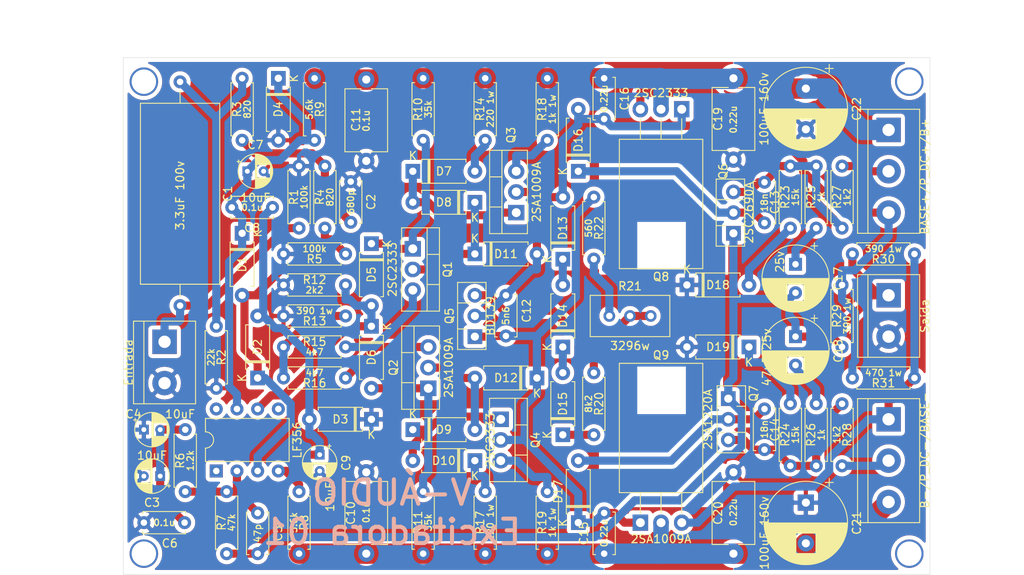
<source format=kicad_pcb>
(kicad_pcb (version 20171130) (host pcbnew "(5.1.9)-1")
  (layers (0 F.Cu signal hide) (31 B.Cu signal hide) (34 B.Paste user) (35 F.Paste user) (36 B.SilkS user hide) (37 F.SilkS user) (38 B.Mask user) (39 F.Mask user) (44 Edge.Cuts user))
  (net 0 "")
  (net 1 "Net-(C1-Pad2)")
  (net 2 "Net-(C1-Pad1)")
  (net 3 "Net-(C2-Pad2)")
  (net 4 Earth)
  (net 5 "Net-(C3-Pad1)")
  (net 6 /OUT)
  (net 7 "Net-(C5-Pad1)")
  (net 8 "Net-(C7-Pad1)")
  (net 9 "Net-(C8-Pad1)")
  (net 10 /-B)
  (net 11 /+B)
  (net 12 "Net-(C12-Pad2)")
  (net 13 "Net-(C12-Pad1)")
  (net 14 "Net-(C13-Pad2)")
  (net 15 "Net-(C13-Pad1)")
  (net 16 "Net-(C14-Pad2)")
  (net 17 "Net-(C14-Pad1)")
  (net 18 "Net-(C17-Pad1)")
  (net 19 "Net-(C18-Pad2)")
  (net 20 "Net-(D1-Pad2)")
  (net 21 "Net-(D5-Pad2)")
  (net 22 "Net-(D5-Pad1)")
  (net 23 "Net-(D6-Pad2)")
  (net 24 "Net-(D7-Pad2)")
  (net 25 "Net-(D7-Pad1)")
  (net 26 "Net-(D11-Pad1)")
  (net 27 "Net-(D12-Pad2)")
  (net 28 "Net-(D10-Pad2)")
  (net 29 "Net-(D10-Pad1)")
  (net 30 "Net-(D13-Pad1)")
  (net 31 "Net-(D14-Pad1)")
  (net 32 "Net-(D15-Pad1)")
  (net 33 "Net-(D18-Pad2)")
  (net 34 "Net-(D19-Pad1)")
  (net 35 /+basedriver)
  (net 36 /+PROTECTION_DC_OUT)
  (net 37 /-PROTECTION_DC_OUT)
  (net 38 /-basedriver)
  (net 39 "Net-(Q1-Pad3)")
  (net 40 "Net-(Q2-Pad3)")
  (net 41 "Net-(Q3-Pad3)")
  (net 42 "Net-(Q4-Pad3)")
  (net 43 "Net-(Q5-Pad3)")
  (net 44 "Net-(R13-Pad1)")
  (net 45 "Net-(R21-Pad3)")
  (net 46 "Net-(U1-Pad8)")
  (net 47 "Net-(U1-Pad5)")
  (net 48 "Net-(U1-Pad1)")
  (module Resistor_THT:R_Axial_DIN0207_L6.3mm_D2.5mm_P7.62mm_Horizontal (layer F.Cu) (at 177.165 104.14 180)
    (fp_text reference R31 (at 3.81 -0.635) (layer F.SilkS))
    (fp_text value "470 1w" (at 3.81 0.635) (layer F.SilkS) (effects (font (size 0.8 0.8))))
    (pad 2 thru_hole oval (at 7.62 0 180) (size 1.6 1.6) (drill 0.8) (layers *.Cu *.Mask) (net 35 /+basedriver))
    (pad 1 thru_hole circle (at 0 0 180) (size 1.6 1.6) (drill 0.8) (layers *.Cu *.Mask) (net 38 /-basedriver))
  )
  (module Resistor_THT:R_Axial_DIN0207_L6.3mm_D2.5mm_P7.62mm_Horizontal (layer F.Cu) (at 177.165 88.9 180)
    (fp_text reference R30 (at 3.81 -0.635) (layer F.SilkS))
    (fp_text value "390 1w" (at 3.81 0.635) (layer F.SilkS) (effects (font (size 0.8 0.8))))
    (pad 2 thru_hole oval (at 7.62 0 180) (size 1.6 1.6) (drill 0.8) (layers *.Cu *.Mask) (net 6 /OUT))
    (pad 1 thru_hole circle (at 0 0 180) (size 1.6 1.6) (drill 0.8) (layers *.Cu *.Mask) (net 38 /-basedriver))
  )
  (module Resistor_THT:R_Axial_DIN0207_L6.3mm_D2.5mm_P7.62mm_Horizontal (layer F.Cu) (at 168.275 100.33 90)
    (fp_text reference R29 (at 3.81 -0.635 90) (layer F.SilkS))
    (fp_text value "390 1w" (at 3.81 0.635 90) (layer F.SilkS) (effects (font (size 0.8 0.8))))
    (pad 2 thru_hole oval (at 7.62 0 90) (size 1.6 1.6) (drill 0.8) (layers *.Cu *.Mask) (net 35 /+basedriver))
    (pad 1 thru_hole circle (at 0 0 90) (size 1.6 1.6) (drill 0.8) (layers *.Cu *.Mask) (net 6 /OUT))
  )
  (module Resistor_THT:R_Axial_DIN0207_L6.3mm_D2.5mm_P7.62mm_Horizontal (layer F.Cu) (at 168.275 107.315 270)
    (fp_text reference R28 (at 3.81 -0.635 90) (layer F.SilkS))
    (fp_text value 1k2 (at 3.81 0.635 90) (layer F.SilkS) (effects (font (size 0.8 0.8))))
    (pad 2 thru_hole oval (at 7.62 0 270) (size 1.6 1.6) (drill 0.8) (layers *.Cu *.Mask) (net 37 /-PROTECTION_DC_OUT))
    (pad 1 thru_hole circle (at 0 0 270) (size 1.6 1.6) (drill 0.8) (layers *.Cu *.Mask) (net 16 "Net-(C14-Pad2)"))
  )
  (module Resistor_THT:R_Axial_DIN0207_L6.3mm_D2.5mm_P7.62mm_Horizontal (layer F.Cu) (at 168.275 85.725 90)
    (fp_text reference R27 (at 3.81 -0.635 90) (layer F.SilkS))
    (fp_text value 1k2 (at 3.81 0.635 90) (layer F.SilkS) (effects (font (size 0.8 0.8))))
    (pad 2 thru_hole oval (at 7.62 0 90) (size 1.6 1.6) (drill 0.8) (layers *.Cu *.Mask) (net 36 /+PROTECTION_DC_OUT))
    (pad 1 thru_hole circle (at 0 0 90) (size 1.6 1.6) (drill 0.8) (layers *.Cu *.Mask) (net 15 "Net-(C13-Pad1)"))
  )
  (module Resistor_THT:R_Axial_DIN0207_L6.3mm_D2.5mm_P7.62mm_Horizontal (layer F.Cu) (at 165.1 114.935 90)
    (fp_text reference R26 (at 3.81 -0.635 90) (layer F.SilkS))
    (fp_text value 1k (at 3.81 0.635 90) (layer F.SilkS) (effects (font (size 0.8 0.8))))
    (pad 2 thru_hole oval (at 7.62 0 90) (size 1.6 1.6) (drill 0.8) (layers *.Cu *.Mask) (net 19 "Net-(C18-Pad2)"))
    (pad 1 thru_hole circle (at 0 0 90) (size 1.6 1.6) (drill 0.8) (layers *.Cu *.Mask) (net 16 "Net-(C14-Pad2)"))
  )
  (module Resistor_THT:R_Axial_DIN0207_L6.3mm_D2.5mm_P7.62mm_Horizontal (layer F.Cu) (at 165.1 85.725 90)
    (fp_text reference R25 (at 3.81 -0.635 90) (layer F.SilkS))
    (fp_text value 1k (at 3.81 0.635 90) (layer F.SilkS) (effects (font (size 0.8 0.8))))
    (pad 2 thru_hole oval (at 7.62 0 90) (size 1.6 1.6) (drill 0.8) (layers *.Cu *.Mask) (net 15 "Net-(C13-Pad1)"))
    (pad 1 thru_hole circle (at 0 0 90) (size 1.6 1.6) (drill 0.8) (layers *.Cu *.Mask) (net 18 "Net-(C17-Pad1)"))
  )
  (module Resistor_THT:R_Axial_DIN0207_L6.3mm_D2.5mm_P7.62mm_Horizontal (layer F.Cu) (at 161.925 114.935 90)
    (fp_text reference R24 (at 3.81 -0.635 90) (layer F.SilkS))
    (fp_text value 15k (at 3.81 0.635 90) (layer F.SilkS) (effects (font (size 0.8 0.8))))
    (pad 2 thru_hole oval (at 7.62 0 90) (size 1.6 1.6) (drill 0.8) (layers *.Cu *.Mask) (net 34 "Net-(D19-Pad1)"))
    (pad 1 thru_hole circle (at 0 0 90) (size 1.6 1.6) (drill 0.8) (layers *.Cu *.Mask) (net 16 "Net-(C14-Pad2)"))
  )
  (module Resistor_THT:R_Axial_DIN0207_L6.3mm_D2.5mm_P7.62mm_Horizontal (layer F.Cu) (at 161.925 85.725 90)
    (fp_text reference R23 (at 3.81 -0.635 90) (layer F.SilkS))
    (fp_text value 15k (at 3.81 0.635 90) (layer F.SilkS) (effects (font (size 0.8 0.8))))
    (pad 2 thru_hole oval (at 7.62 0 90) (size 1.6 1.6) (drill 0.8) (layers *.Cu *.Mask) (net 15 "Net-(C13-Pad1)"))
    (pad 1 thru_hole circle (at 0 0 90) (size 1.6 1.6) (drill 0.8) (layers *.Cu *.Mask) (net 33 "Net-(D18-Pad2)"))
  )
  (module Resistor_THT:R_Axial_DIN0207_L6.3mm_D2.5mm_P7.62mm_Horizontal (layer F.Cu) (at 137.795 81.915 270)
    (fp_text reference R22 (at 3.81 -0.635 90) (layer F.SilkS))
    (fp_text value 560 (at 3.81 0.635 90) (layer F.SilkS) (effects (font (size 0.8 0.8))))
    (pad 2 thru_hole oval (at 7.62 0 270) (size 1.6 1.6) (drill 0.8) (layers *.Cu *.Mask) (net 45 "Net-(R21-Pad3)"))
    (pad 1 thru_hole circle (at 0 0 270) (size 1.6 1.6) (drill 0.8) (layers *.Cu *.Mask) (net 13 "Net-(C12-Pad1)"))
  )
  (module Resistor_THT:R_Axial_DIN0207_L6.3mm_D2.5mm_P7.62mm_Horizontal (layer F.Cu) (at 137.795 103.505 270)
    (fp_text reference R20 (at 3.81 -0.635 90) (layer F.SilkS))
    (fp_text value 8k2 (at 3.81 0.635 90) (layer F.SilkS) (effects (font (size 0.8 0.8))))
    (pad 2 thru_hole oval (at 7.62 0 270) (size 1.6 1.6) (drill 0.8) (layers *.Cu *.Mask) (net 32 "Net-(D15-Pad1)"))
    (pad 1 thru_hole circle (at 0 0 270) (size 1.6 1.6) (drill 0.8) (layers *.Cu *.Mask) (net 43 "Net-(Q5-Pad3)"))
  )
  (module Resistor_THT:R_Axial_DIN0207_L6.3mm_D2.5mm_P7.62mm_Horizontal (layer F.Cu) (at 132.08 125.73 90)
    (fp_text reference R19 (at 3.81 -0.635 90) (layer F.SilkS))
    (fp_text value "1k 1w" (at 3.81 0.635 90) (layer F.SilkS) (effects (font (size 0.8 0.8))))
    (pad 2 thru_hole oval (at 7.62 0 90) (size 1.6 1.6) (drill 0.8) (layers *.Cu *.Mask) (net 42 "Net-(Q4-Pad3)"))
    (pad 1 thru_hole circle (at 0 0 90) (size 1.6 1.6) (drill 0.8) (layers *.Cu *.Mask) (net 10 /-B))
  )
  (module Resistor_THT:R_Axial_DIN0207_L6.3mm_D2.5mm_P7.62mm_Horizontal (layer F.Cu) (at 132.08 74.93 90)
    (fp_text reference R18 (at 3.81 -0.635 90) (layer F.SilkS))
    (fp_text value "1k 1w" (at 3.81 0.635 90) (layer F.SilkS) (effects (font (size 0.8 0.8))))
    (pad 2 thru_hole oval (at 7.62 0 90) (size 1.6 1.6) (drill 0.8) (layers *.Cu *.Mask) (net 11 /+B))
    (pad 1 thru_hole circle (at 0 0 90) (size 1.6 1.6) (drill 0.8) (layers *.Cu *.Mask) (net 41 "Net-(Q3-Pad3)"))
  )
  (module Resistor_THT:R_Axial_DIN0207_L6.3mm_D2.5mm_P7.62mm_Horizontal (layer F.Cu) (at 124.46 125.73 90)
    (fp_text reference R17 (at 3.81 -0.635 90) (layer F.SilkS))
    (fp_text value "220 1w" (at 3.81 0.635 90) (layer F.SilkS) (effects (font (size 0.8 0.8))))
    (pad 2 thru_hole oval (at 7.62 0 90) (size 1.6 1.6) (drill 0.8) (layers *.Cu *.Mask) (net 29 "Net-(D10-Pad1)"))
    (pad 1 thru_hole circle (at 0 0 90) (size 1.6 1.6) (drill 0.8) (layers *.Cu *.Mask) (net 10 /-B))
  )
  (module Resistor_THT:R_Axial_DIN0207_L6.3mm_D2.5mm_P7.62mm_Horizontal (layer F.Cu) (at 107.315 104.14 180)
    (fp_text reference R16 (at 3.81 -0.635) (layer F.SilkS))
    (fp_text value 4k7 (at 3.81 0.635) (layer F.SilkS) (effects (font (size 0.8 0.8))))
    (pad 2 thru_hole oval (at 7.62 0 180) (size 1.6 1.6) (drill 0.8) (layers *.Cu *.Mask) (net 44 "Net-(R13-Pad1)"))
    (pad 1 thru_hole circle (at 0 0 180) (size 1.6 1.6) (drill 0.8) (layers *.Cu *.Mask) (net 40 "Net-(Q2-Pad3)"))
  )
  (module Resistor_THT:R_Axial_DIN0207_L6.3mm_D2.5mm_P7.62mm_Horizontal (layer F.Cu) (at 99.695 100.33)
    (fp_text reference R15 (at 3.81 -0.635) (layer F.SilkS))
    (fp_text value 4k7 (at 3.81 0.635) (layer F.SilkS) (effects (font (size 0.8 0.8))))
    (pad 2 thru_hole oval (at 7.62 0) (size 1.6 1.6) (drill 0.8) (layers *.Cu *.Mask) (net 39 "Net-(Q1-Pad3)"))
    (pad 1 thru_hole circle (at 0 0) (size 1.6 1.6) (drill 0.8) (layers *.Cu *.Mask) (net 44 "Net-(R13-Pad1)"))
  )
  (module Resistor_THT:R_Axial_DIN0207_L6.3mm_D2.5mm_P7.62mm_Horizontal (layer F.Cu) (at 124.46 74.93 90)
    (fp_text reference R14 (at 3.81 -0.635 90) (layer F.SilkS))
    (fp_text value "220 1w" (at 3.81 0.635 90) (layer F.SilkS) (effects (font (size 0.8 0.8))))
    (pad 2 thru_hole oval (at 7.62 0 90) (size 1.6 1.6) (drill 0.8) (layers *.Cu *.Mask) (net 11 /+B))
    (pad 1 thru_hole circle (at 0 0 90) (size 1.6 1.6) (drill 0.8) (layers *.Cu *.Mask) (net 24 "Net-(D7-Pad2)"))
  )
  (module Resistor_THT:R_Axial_DIN0207_L6.3mm_D2.5mm_P7.62mm_Horizontal (layer F.Cu) (at 107.315 96.52 180)
    (fp_text reference R13 (at 3.81 -0.635) (layer F.SilkS))
    (fp_text value "390 1w" (at 3.81 0.635) (layer F.SilkS) (effects (font (size 0.8 0.8))))
    (pad 2 thru_hole oval (at 7.62 0 180) (size 1.6 1.6) (drill 0.8) (layers *.Cu *.Mask) (net 4 Earth))
    (pad 1 thru_hole circle (at 0 0 180) (size 1.6 1.6) (drill 0.8) (layers *.Cu *.Mask) (net 44 "Net-(R13-Pad1)"))
  )
  (module Resistor_THT:R_Axial_DIN0207_L6.3mm_D2.5mm_P7.62mm_Horizontal (layer F.Cu) (at 99.695 92.71)
    (fp_text reference R12 (at 3.81 -0.635) (layer F.SilkS))
    (fp_text value 2k2 (at 3.81 0.635) (layer F.SilkS) (effects (font (size 0.8 0.8))))
    (pad 2 thru_hole oval (at 7.62 0) (size 1.6 1.6) (drill 0.8) (layers *.Cu *.Mask) (net 21 "Net-(D5-Pad2)"))
    (pad 1 thru_hole circle (at 0 0) (size 1.6 1.6) (drill 0.8) (layers *.Cu *.Mask) (net 4 Earth))
  )
  (module Resistor_THT:R_Axial_DIN0207_L6.3mm_D2.5mm_P7.62mm_Horizontal (layer F.Cu) (at 116.84 125.73 90)
    (fp_text reference R11 (at 3.81 -0.635 90) (layer F.SilkS))
    (fp_text value 35k (at 3.81 0.635 90) (layer F.SilkS) (effects (font (size 0.8 0.8))))
    (pad 2 thru_hole oval (at 7.62 0 90) (size 1.6 1.6) (drill 0.8) (layers *.Cu *.Mask) (net 23 "Net-(D6-Pad2)"))
    (pad 1 thru_hole circle (at 0 0 90) (size 1.6 1.6) (drill 0.8) (layers *.Cu *.Mask) (net 10 /-B))
  )
  (module Resistor_THT:R_Axial_DIN0207_L6.3mm_D2.5mm_P7.62mm_Horizontal (layer F.Cu) (at 116.84 74.93 90)
    (fp_text reference R10 (at 3.81 -0.635 90) (layer F.SilkS))
    (fp_text value 35k (at 3.81 0.635 90) (layer F.SilkS) (effects (font (size 0.8 0.8))))
    (pad 2 thru_hole oval (at 7.62 0 90) (size 1.6 1.6) (drill 0.8) (layers *.Cu *.Mask) (net 11 /+B))
    (pad 1 thru_hole circle (at 0 0 90) (size 1.6 1.6) (drill 0.8) (layers *.Cu *.Mask) (net 22 "Net-(D5-Pad1)"))
  )
  (module Resistor_THT:R_Axial_DIN0207_L6.3mm_D2.5mm_P7.62mm_Horizontal (layer F.Cu) (at 103.505 67.31 270)
    (fp_text reference R9 (at 3.81 -0.635 90) (layer F.SilkS))
    (fp_text value 5.6k (at 3.81 0.635 90) (layer F.SilkS) (effects (font (size 0.8 0.8))))
    (pad 2 thru_hole oval (at 7.62 0 270) (size 1.6 1.6) (drill 0.8) (layers *.Cu *.Mask) (net 8 "Net-(C7-Pad1)"))
    (pad 1 thru_hole circle (at 0 0 270) (size 1.6 1.6) (drill 0.8) (layers *.Cu *.Mask) (net 11 /+B))
  )
  (module Resistor_THT:R_Axial_DIN0207_L6.3mm_D2.5mm_P7.62mm_Horizontal (layer F.Cu) (at 101.6 118.11 270)
    (fp_text reference R8 (at 3.81 -0.635 90) (layer F.SilkS))
    (fp_text value 5.6k (at 3.81 0.635 90) (layer F.SilkS) (effects (font (size 0.8 0.8))))
    (pad 2 thru_hole oval (at 7.62 0 270) (size 1.6 1.6) (drill 0.8) (layers *.Cu *.Mask) (net 10 /-B))
    (pad 1 thru_hole circle (at 0 0 270) (size 1.6 1.6) (drill 0.8) (layers *.Cu *.Mask) (net 9 "Net-(C8-Pad1)"))
  )
  (module Resistor_THT:R_Axial_DIN0207_L6.3mm_D2.5mm_P7.62mm_Horizontal (layer F.Cu) (at 92.71 125.73 90)
    (fp_text reference R7 (at 3.81 -0.635 90) (layer F.SilkS))
    (fp_text value 47k (at 3.81 0.635 90) (layer F.SilkS) (effects (font (size 0.8 0.8))))
    (pad 2 thru_hole oval (at 7.62 0 90) (size 1.6 1.6) (drill 0.8) (layers *.Cu *.Mask) (net 7 "Net-(C5-Pad1)"))
    (pad 1 thru_hole circle (at 0 0 90) (size 1.6 1.6) (drill 0.8) (layers *.Cu *.Mask) (net 6 /OUT))
  )
  (module Resistor_THT:R_Axial_DIN0207_L6.3mm_D2.5mm_P7.62mm_Horizontal (layer F.Cu) (at 87.63 118.11 90)
    (fp_text reference R6 (at 3.81 -0.635 90) (layer F.SilkS))
    (fp_text value 1.2k (at 3.81 0.635 90) (layer F.SilkS) (effects (font (size 0.8 0.8))))
    (pad 2 thru_hole oval (at 7.62 0 90) (size 1.6 1.6) (drill 0.8) (layers *.Cu *.Mask) (net 5 "Net-(C3-Pad1)"))
    (pad 1 thru_hole circle (at 0 0 90) (size 1.6 1.6) (drill 0.8) (layers *.Cu *.Mask) (net 7 "Net-(C5-Pad1)"))
  )
  (module Resistor_THT:R_Axial_DIN0207_L6.3mm_D2.5mm_P7.62mm_Horizontal (layer F.Cu) (at 107.315 88.9 180)
    (fp_text reference R5 (at 3.81 -0.635) (layer F.SilkS))
    (fp_text value 100k (at 3.81 0.635) (layer F.SilkS) (effects (font (size 0.8 0.8))))
    (pad 2 thru_hole oval (at 7.62 0 180) (size 1.6 1.6) (drill 0.8) (layers *.Cu *.Mask) (net 4 Earth))
    (pad 1 thru_hole circle (at 0 0 180) (size 1.6 1.6) (drill 0.8) (layers *.Cu *.Mask) (net 20 "Net-(D1-Pad2)"))
  )
  (module Resistor_THT:R_Axial_DIN0207_L6.3mm_D2.5mm_P7.62mm_Horizontal (layer F.Cu) (at 104.775 85.725 90)
    (fp_text reference R4 (at 3.81 -0.635 90) (layer F.SilkS))
    (fp_text value 820 (at 3.81 0.635 90) (layer F.SilkS) (effects (font (size 0.8 0.8))))
    (pad 2 thru_hole oval (at 7.62 0 90) (size 1.6 1.6) (drill 0.8) (layers *.Cu *.Mask) (net 3 "Net-(C2-Pad2)"))
    (pad 1 thru_hole circle (at 0 0 90) (size 1.6 1.6) (drill 0.8) (layers *.Cu *.Mask) (net 20 "Net-(D1-Pad2)"))
  )
  (module Resistor_THT:R_Axial_DIN0207_L6.3mm_D2.5mm_P7.62mm_Horizontal (layer F.Cu) (at 94.615 74.93 90)
    (fp_text reference R3 (at 3.81 -0.635 90) (layer F.SilkS))
    (fp_text value 820 (at 3.81 0.635 90) (layer F.SilkS) (effects (font (size 0.8 0.8))))
    (pad 2 thru_hole oval (at 7.62 0 90) (size 1.6 1.6) (drill 0.8) (layers *.Cu *.Mask) (net 2 "Net-(C1-Pad1)"))
    (pad 1 thru_hole circle (at 0 0 90) (size 1.6 1.6) (drill 0.8) (layers *.Cu *.Mask) (net 3 "Net-(C2-Pad2)"))
  )
  (module Resistor_THT:R_Axial_DIN0207_L6.3mm_D2.5mm_P7.62mm_Horizontal (layer F.Cu) (at 91.44 97.79 270)
    (fp_text reference R2 (at 3.81 -0.635 90) (layer F.SilkS))
    (fp_text value 22k (at 3.81 0.635 90) (layer F.SilkS) (effects (font (size 0.8 0.8))))
    (pad 2 thru_hole oval (at 7.62 0 270) (size 1.6 1.6) (drill 0.8) (layers *.Cu *.Mask) (net 4 Earth))
    (pad 1 thru_hole circle (at 0 0 270) (size 1.6 1.6) (drill 0.8) (layers *.Cu *.Mask) (net 2 "Net-(C1-Pad1)"))
  )
  (module Resistor_THT:R_Axial_DIN0207_L6.3mm_D2.5mm_P7.62mm_Horizontal (layer F.Cu) (at 101.6 85.725 90)
    (fp_text reference R1 (at 3.81 -0.635 90) (layer F.SilkS))
    (fp_text value 100k (at 3.81 0.635 90) (layer F.SilkS) (effects (font (size 0.8 0.8))))
    (pad 2 thru_hole oval (at 7.62 0 90) (size 1.6 1.6) (drill 0.8) (layers *.Cu *.Mask) (net 4 Earth))
    (pad 1 thru_hole circle (at 0 0 90) (size 1.6 1.6) (drill 0.8) (layers *.Cu *.Mask) (net 1 "Net-(C1-Pad2)"))
  )
  (module Package_DIP:DIP-8_W7.62mm (layer F.Cu) (at 91.44 115.57 90)
    (fp_text reference U1 hide)
    (fp_text value LF356 (at 3.81 9.95 90) (layer F.SilkS))
    (pad 8 thru_hole oval (at 7.62 0 90) (size 1.6 1.6) (drill 0.8) (layers *.Cu *.Mask) (net 46 "Net-(U1-Pad8)"))
    (pad 4 thru_hole oval (at 0 7.62 90) (size 1.6 1.6) (drill 0.8) (layers *.Cu *.Mask) (net 9 "Net-(C8-Pad1)"))
    (pad 7 thru_hole oval (at 7.62 2.54 90) (size 1.6 1.6) (drill 0.8) (layers *.Cu *.Mask) (net 8 "Net-(C7-Pad1)"))
    (pad 3 thru_hole oval (at 0 5.08 90) (size 1.6 1.6) (drill 0.8) (layers *.Cu *.Mask) (net 20 "Net-(D1-Pad2)"))
    (pad 6 thru_hole oval (at 7.62 5.08 90) (size 1.6 1.6) (drill 0.8) (layers *.Cu *.Mask) (net 21 "Net-(D5-Pad2)"))
    (pad 2 thru_hole oval (at 0 2.54 90) (size 1.6 1.6) (drill 0.8) (layers *.Cu *.Mask) (net 7 "Net-(C5-Pad1)"))
    (pad 5 thru_hole oval (at 7.62 7.62 90) (size 1.6 1.6) (drill 0.8) (layers *.Cu *.Mask) (net 47 "Net-(U1-Pad5)"))
    (pad 1 thru_hole rect (at 0 0 90) (size 1.6 1.6) (drill 0.8) (layers *.Cu *.Mask) (net 48 "Net-(U1-Pad1)"))
  )
  (module Potentiometer_THT:Potentiometer_Bourns_3296W_Vertical (layer F.Cu) (at 144.78 96.52)
    (fp_text reference R21 (at -2.54 -3.66) (layer F.SilkS))
    (fp_text value 3296w (at -2.54 3.67) (layer F.SilkS))
    (pad 3 thru_hole circle (at -5.08 0) (size 1.44 1.44) (drill 0.8) (layers *.Cu *.Mask) (net 45 "Net-(R21-Pad3)"))
    (pad 2 thru_hole circle (at -2.54 0) (size 1.44 1.44) (drill 0.8) (layers *.Cu *.Mask) (net 43 "Net-(Q5-Pad3)"))
    (pad 1 thru_hole circle (at 0 0) (size 1.44 1.44) (drill 0.8) (layers *.Cu *.Mask) (net 43 "Net-(Q5-Pad3)"))
  )
  (module Package_TO_SOT_THT:TO-220-3_Horizontal_TabDown (layer F.Cu) (at 143.51 121.92)
    (fp_text reference Q9 (at 2.54 -20.58) (layer F.SilkS))
    (fp_text value 2SA1009A (at 2.54 2) (layer F.SilkS))
    (pad 3 thru_hole oval (at 5.08 0) (size 1.905 2) (drill 1.1) (layers *.Cu *.Mask) (net 38 /-basedriver))
    (pad 2 thru_hole oval (at 2.54 0) (size 1.905 2) (drill 1.1) (layers *.Cu *.Mask) (net 10 /-B))
    (pad 1 thru_hole rect (at 0 0) (size 1.905 2) (drill 1.1) (layers *.Cu *.Mask) (net 13 "Net-(C12-Pad1)"))
    (pad "" np_thru_hole oval (at 2.54 -16.66) (size 3.5 3.5) (drill 3.5) (layers *.Cu *.Mask))
  )
  (module Package_TO_SOT_THT:TO-220-3_Horizontal_TabDown (layer F.Cu) (at 148.59 71.12 180)
    (fp_text reference Q8 (at 2.54 -20.58) (layer F.SilkS))
    (fp_text value 2SC2333 (at 2.54 2) (layer F.SilkS))
    (pad 3 thru_hole oval (at 5.08 0 180) (size 1.905 2) (drill 1.1) (layers *.Cu *.Mask) (net 35 /+basedriver))
    (pad 2 thru_hole oval (at 2.54 0 180) (size 1.905 2) (drill 1.1) (layers *.Cu *.Mask) (net 11 /+B))
    (pad 1 thru_hole rect (at 0 0 180) (size 1.905 2) (drill 1.1) (layers *.Cu *.Mask) (net 12 "Net-(C12-Pad2)"))
    (pad "" np_thru_hole oval (at 2.54 -16.66 180) (size 3.5 3.5) (drill 3.5) (layers *.Cu *.Mask))
  )
  (module Package_TO_SOT_THT:TO-126-3_Vertical (layer F.Cu) (at 154.305 106.68 270)
    (fp_text reference Q7 (at -0.635 -3.12 90) (layer F.SilkS))
    (fp_text value 2SA1220A (at 2.54 2.5 90) (layer F.SilkS))
    (pad 3 thru_hole oval (at 5.08 0 270) (size 1.8 1.8) (drill 1) (layers *.Cu *.Mask) (net 16 "Net-(C14-Pad2)"))
    (pad 2 thru_hole oval (at 2.54 0 270) (size 1.8 1.8) (drill 1) (layers *.Cu *.Mask) (net 17 "Net-(C14-Pad1)"))
    (pad 1 thru_hole rect (at 0 0 270) (size 1.8 1.8) (drill 1) (layers *.Cu *.Mask) (net 6 /OUT))
  )
  (module Package_TO_SOT_THT:TO-126-3_Vertical (layer F.Cu) (at 154.94 86.36 90)
    (fp_text reference Q6 (at 7.62 -1.27 90) (layer F.SilkS))
    (fp_text value 2SC2690A (at 2.54 1.905 90) (layer F.SilkS))
    (pad 3 thru_hole oval (at 5.08 0 90) (size 1.8 1.8) (drill 1) (layers *.Cu *.Mask) (net 15 "Net-(C13-Pad1)"))
    (pad 2 thru_hole oval (at 2.54 0 90) (size 1.8 1.8) (drill 1) (layers *.Cu *.Mask) (net 14 "Net-(C13-Pad2)"))
    (pad 1 thru_hole rect (at 0 0 90) (size 1.8 1.8) (drill 1) (layers *.Cu *.Mask) (net 6 /OUT))
  )
  (module Package_TO_SOT_THT:TO-126-3_Vertical (layer F.Cu) (at 123.19 99.06 90)
    (fp_text reference Q5 (at 2.54 -3.12 90) (layer F.SilkS))
    (fp_text value BD139 (at 2.54 1.905 90) (layer F.SilkS))
    (pad 3 thru_hole oval (at 5.08 0 90) (size 1.8 1.8) (drill 1) (layers *.Cu *.Mask) (net 43 "Net-(Q5-Pad3)"))
    (pad 2 thru_hole oval (at 2.54 0 90) (size 1.8 1.8) (drill 1) (layers *.Cu *.Mask) (net 12 "Net-(C12-Pad2)"))
    (pad 1 thru_hole rect (at 0 0 90) (size 1.8 1.8) (drill 1) (layers *.Cu *.Mask) (net 13 "Net-(C12-Pad1)"))
  )
  (module Package_TO_SOT_THT:TO-220-3_Vertical (layer F.Cu) (at 126.365 109.22 270)
    (fp_text reference Q4 (at 2.54 -4.27 90) (layer F.SilkS))
    (fp_text value 2SC2333 (at 2.54 1.27 90) (layer F.SilkS))
    (pad 3 thru_hole oval (at 5.08 0 270) (size 1.905 2) (drill 1.1) (layers *.Cu *.Mask) (net 42 "Net-(Q4-Pad3)"))
    (pad 2 thru_hole oval (at 2.54 0 270) (size 1.905 2) (drill 1.1) (layers *.Cu *.Mask) (net 13 "Net-(C12-Pad1)"))
    (pad 1 thru_hole rect (at 0 0 270) (size 1.905 2) (drill 1.1) (layers *.Cu *.Mask) (net 28 "Net-(D10-Pad2)"))
  )
  (module Package_TO_SOT_THT:TO-220-3_Vertical (layer F.Cu) (at 128.27 83.82 90)
    (fp_text reference Q3 (at 9.525 -0.635 90) (layer F.SilkS))
    (fp_text value 2SA1009A (at 2.54 2.5 90) (layer F.SilkS))
    (pad 3 thru_hole oval (at 5.08 0 90) (size 1.905 2) (drill 1.1) (layers *.Cu *.Mask) (net 41 "Net-(Q3-Pad3)"))
    (pad 2 thru_hole oval (at 2.54 0 90) (size 1.905 2) (drill 1.1) (layers *.Cu *.Mask) (net 12 "Net-(C12-Pad2)"))
    (pad 1 thru_hole rect (at 0 0 90) (size 1.905 2) (drill 1.1) (layers *.Cu *.Mask) (net 25 "Net-(D7-Pad1)"))
  )
  (module Package_TO_SOT_THT:TO-220-3_Vertical (layer F.Cu) (at 117.475 105.41 90)
    (fp_text reference Q2 (at 2.54 -4.27 90) (layer F.SilkS))
    (fp_text value 2SA1009A (at 2.54 2.5 90) (layer F.SilkS))
    (pad 3 thru_hole oval (at 5.08 0 90) (size 1.905 2) (drill 1.1) (layers *.Cu *.Mask) (net 40 "Net-(Q2-Pad3)"))
    (pad 2 thru_hole oval (at 2.54 0 90) (size 1.905 2) (drill 1.1) (layers *.Cu *.Mask) (net 27 "Net-(D12-Pad2)"))
    (pad 1 thru_hole rect (at 0 0 90) (size 1.905 2) (drill 1.1) (layers *.Cu *.Mask) (net 23 "Net-(D6-Pad2)"))
  )
  (module Package_TO_SOT_THT:TO-220-3_Vertical (layer F.Cu) (at 115.57 88.265 270)
    (fp_text reference Q1 (at 2.54 -4.27 90) (layer F.SilkS))
    (fp_text value 2SC2333 (at 2.54 2.5 90) (layer F.SilkS))
    (pad 3 thru_hole oval (at 5.08 0 270) (size 1.905 2) (drill 1.1) (layers *.Cu *.Mask) (net 39 "Net-(Q1-Pad3)"))
    (pad 2 thru_hole oval (at 2.54 0 270) (size 1.905 2) (drill 1.1) (layers *.Cu *.Mask) (net 26 "Net-(D11-Pad1)"))
    (pad 1 thru_hole rect (at 0 0 270) (size 1.905 2) (drill 1.1) (layers *.Cu *.Mask) (net 22 "Net-(D5-Pad1)"))
  )
  (module TerminalBlock:TerminalBlock_bornier-3_P5.08mm (layer F.Cu) (at 173.99 109.22 270)
    (fp_text reference J4 hide)
    (fp_text value B-/P_DC-/BASE- (at 3.81 -4.445 90) (layer F.SilkS))
    (pad 3 thru_hole circle (at 10.16 0 270) (size 3 3) (drill 1.52) (layers *.Cu *.Mask) (net 10 /-B))
    (pad 2 thru_hole circle (at 5.08 0 270) (size 3 3) (drill 1.52) (layers *.Cu *.Mask) (net 37 /-PROTECTION_DC_OUT))
    (pad 1 thru_hole rect (at 0 0 270) (size 3 3) (drill 1.52) (layers *.Cu *.Mask) (net 38 /-basedriver))
  )
  (module TerminalBlock:TerminalBlock_bornier-2_P5.08mm (layer F.Cu) (at 173.99 93.98 270)
    (fp_text reference J3 hide)
    (fp_text value Saída (at 2.54 -4.445 90) (layer F.SilkS))
    (pad 2 thru_hole circle (at 5.08 0 270) (size 3 3) (drill 1.52) (layers *.Cu *.Mask) (net 4 Earth))
    (pad 1 thru_hole rect (at 0 0 270) (size 3 3) (drill 1.52) (layers *.Cu *.Mask) (net 6 /OUT))
  )
  (module TerminalBlock:TerminalBlock_bornier-3_P5.08mm (layer F.Cu) (at 173.99 73.66 270)
    (fp_text reference J2 hide)
    (fp_text value BASE+/P_DC+/B+ (at 5.715 -4.445 90) (layer F.SilkS))
    (pad 3 thru_hole circle (at 10.16 0 270) (size 3 3) (drill 1.52) (layers *.Cu *.Mask) (net 35 /+basedriver))
    (pad 2 thru_hole circle (at 5.08 0 270) (size 3 3) (drill 1.52) (layers *.Cu *.Mask) (net 36 /+PROTECTION_DC_OUT))
    (pad 1 thru_hole rect (at 0 0 270) (size 3 3) (drill 1.52) (layers *.Cu *.Mask) (net 11 /+B))
  )
  (module TerminalBlock:TerminalBlock_bornier-2_P5.08mm (layer F.Cu) (at 85.09 99.695 270)
    (fp_text reference J1 hide)
    (fp_text value Entrada (at 2.54 4.445 90) (layer F.SilkS))
    (pad 2 thru_hole circle (at 5.08 0 270) (size 3 3) (drill 1.52) (layers *.Cu *.Mask) (net 4 Earth))
    (pad 1 thru_hole rect (at 0 0 270) (size 3 3) (drill 1.52) (layers *.Cu *.Mask) (net 1 "Net-(C1-Pad2)"))
  )
  (module Diode_THT:D_A-405_P7.62mm_Horizontal (layer F.Cu) (at 156.845 100.33 180)
    (fp_text reference D19 (at 3.81 0) (layer F.SilkS))
    (fp_text value 1N4007)
    (fp_text user K (at 0 -1.9) (layer F.SilkS))
    (pad 2 thru_hole oval (at 7.62 0 180) (size 1.8 1.8) (drill 0.9) (layers *.Cu *.Mask) (net 4 Earth))
    (pad 1 thru_hole rect (at 0 0 180) (size 1.8 1.8) (drill 0.9) (layers *.Cu *.Mask) (net 34 "Net-(D19-Pad1)"))
  )
  (module Diode_THT:D_A-405_P7.62mm_Horizontal (layer F.Cu) (at 149.225 92.71)
    (fp_text reference D18 (at 3.81 0) (layer F.SilkS))
    (fp_text value 1N4007)
    (fp_text user K (at 0 -1.9) (layer F.SilkS))
    (pad 2 thru_hole oval (at 7.62 0) (size 1.8 1.8) (drill 0.9) (layers *.Cu *.Mask) (net 33 "Net-(D18-Pad2)"))
    (pad 1 thru_hole rect (at 0 0) (size 1.8 1.8) (drill 0.9) (layers *.Cu *.Mask) (net 4 Earth))
  )
  (module Diode_THT:D_A-405_P7.62mm_Horizontal (layer F.Cu) (at 135.89 121.92 90)
    (fp_text reference D17 (at 3.81 -2.47 90) (layer F.SilkS))
    (fp_text value 1N4007)
    (fp_text user K (at 0 -1.9 90) (layer F.SilkS))
    (pad 2 thru_hole oval (at 7.62 0 90) (size 1.8 1.8) (drill 0.9) (layers *.Cu *.Mask) (net 17 "Net-(C14-Pad1)"))
    (pad 1 thru_hole rect (at 0 0 90) (size 1.8 1.8) (drill 0.9) (layers *.Cu *.Mask) (net 13 "Net-(C12-Pad1)"))
  )
  (module Diode_THT:D_A-405_P7.62mm_Horizontal (layer F.Cu) (at 135.89 78.74 90)
    (fp_text reference D16 (at 3.81 0 90) (layer F.SilkS))
    (fp_text value 1N4007)
    (fp_text user K (at 0 -1.9 90) (layer F.SilkS))
    (pad 2 thru_hole oval (at 7.62 0 90) (size 1.8 1.8) (drill 0.9) (layers *.Cu *.Mask) (net 12 "Net-(C12-Pad2)"))
    (pad 1 thru_hole rect (at 0 0 90) (size 1.8 1.8) (drill 0.9) (layers *.Cu *.Mask) (net 14 "Net-(C13-Pad2)"))
  )
  (module Diode_THT:D_A-405_P7.62mm_Horizontal (layer F.Cu) (at 133.985 111.125 90)
    (fp_text reference D15 (at 3.81 0 90) (layer F.SilkS))
    (fp_text value 1N4007)
    (fp_text user K (at 0 -1.9 90) (layer F.SilkS))
    (pad 2 thru_hole oval (at 7.62 0 90) (size 1.8 1.8) (drill 0.9) (layers *.Cu *.Mask) (net 31 "Net-(D14-Pad1)"))
    (pad 1 thru_hole rect (at 0 0 90) (size 1.8 1.8) (drill 0.9) (layers *.Cu *.Mask) (net 32 "Net-(D15-Pad1)"))
  )
  (module Diode_THT:D_A-405_P7.62mm_Horizontal (layer F.Cu) (at 133.985 100.33 90)
    (fp_text reference D14 (at 3.81 0 90) (layer F.SilkS))
    (fp_text value 1N4007)
    (fp_text user K (at 0 -1.9 90) (layer F.SilkS))
    (pad 2 thru_hole oval (at 7.62 0 90) (size 1.8 1.8) (drill 0.9) (layers *.Cu *.Mask) (net 30 "Net-(D13-Pad1)"))
    (pad 1 thru_hole rect (at 0 0 90) (size 1.8 1.8) (drill 0.9) (layers *.Cu *.Mask) (net 31 "Net-(D14-Pad1)"))
  )
  (module Diode_THT:D_A-405_P7.62mm_Horizontal (layer F.Cu) (at 133.985 89.535 90)
    (fp_text reference D13 (at 3.81 0 90) (layer F.SilkS))
    (fp_text value 1N4007)
    (fp_text user K (at 0 -1.9 90) (layer F.SilkS))
    (pad 2 thru_hole oval (at 7.62 0 90) (size 1.8 1.8) (drill 0.9) (layers *.Cu *.Mask) (net 12 "Net-(C12-Pad2)"))
    (pad 1 thru_hole rect (at 0 0 90) (size 1.8 1.8) (drill 0.9) (layers *.Cu *.Mask) (net 30 "Net-(D13-Pad1)"))
  )
  (module Diode_THT:D_A-405_P7.62mm_Horizontal (layer F.Cu) (at 130.81 104.14 180)
    (fp_text reference D12 (at 3.81 0) (layer F.SilkS))
    (fp_text value 1N4007)
    (fp_text user K (at 0 -1.9) (layer F.SilkS))
    (pad 2 thru_hole oval (at 7.62 0 180) (size 1.8 1.8) (drill 0.9) (layers *.Cu *.Mask) (net 27 "Net-(D12-Pad2)"))
    (pad 1 thru_hole rect (at 0 0 180) (size 1.8 1.8) (drill 0.9) (layers *.Cu *.Mask) (net 13 "Net-(C12-Pad1)"))
  )
  (module Diode_THT:D_A-405_P7.62mm_Horizontal (layer F.Cu) (at 123.19 88.9)
    (fp_text reference D11 (at 3.81 0) (layer F.SilkS))
    (fp_text value 1N4007)
    (fp_text user K (at 0 -1.9) (layer F.SilkS))
    (pad 2 thru_hole oval (at 7.62 0) (size 1.8 1.8) (drill 0.9) (layers *.Cu *.Mask) (net 12 "Net-(C12-Pad2)"))
    (pad 1 thru_hole rect (at 0 0) (size 1.8 1.8) (drill 0.9) (layers *.Cu *.Mask) (net 26 "Net-(D11-Pad1)"))
  )
  (module Diode_THT:D_A-405_P7.62mm_Horizontal (layer F.Cu) (at 123.19 114.3 180)
    (fp_text reference D10 (at 3.81 0) (layer F.SilkS))
    (fp_text value 1N4007)
    (fp_text user K (at 0 -1.9) (layer F.SilkS))
    (pad 2 thru_hole oval (at 7.62 0 180) (size 1.8 1.8) (drill 0.9) (layers *.Cu *.Mask) (net 28 "Net-(D10-Pad2)"))
    (pad 1 thru_hole rect (at 0 0 180) (size 1.8 1.8) (drill 0.9) (layers *.Cu *.Mask) (net 29 "Net-(D10-Pad1)"))
  )
  (module Diode_THT:D_A-405_P7.62mm_Horizontal (layer F.Cu) (at 115.57 110.49)
    (fp_text reference D9 (at 3.81 0) (layer F.SilkS))
    (fp_text value 1N4007)
    (fp_text user K (at 0 -1.9) (layer F.SilkS))
    (pad 2 thru_hole oval (at 7.62 0) (size 1.8 1.8) (drill 0.9) (layers *.Cu *.Mask) (net 27 "Net-(D12-Pad2)"))
    (pad 1 thru_hole rect (at 0 0) (size 1.8 1.8) (drill 0.9) (layers *.Cu *.Mask) (net 28 "Net-(D10-Pad2)"))
  )
  (module Diode_THT:D_A-405_P7.62mm_Horizontal (layer F.Cu) (at 123.19 82.55 180)
    (fp_text reference D8 (at 3.81 0) (layer F.SilkS))
    (fp_text value 1N4007)
    (fp_text user K (at 0 -1.9) (layer F.SilkS))
    (pad 2 thru_hole oval (at 7.62 0 180) (size 1.8 1.8) (drill 0.9) (layers *.Cu *.Mask) (net 25 "Net-(D7-Pad1)"))
    (pad 1 thru_hole rect (at 0 0 180) (size 1.8 1.8) (drill 0.9) (layers *.Cu *.Mask) (net 26 "Net-(D11-Pad1)"))
  )
  (module Diode_THT:D_A-405_P7.62mm_Horizontal (layer F.Cu) (at 115.57 78.74)
    (fp_text reference D7 (at 3.81 0) (layer F.SilkS))
    (fp_text value FDH400)
    (fp_text user K (at 0 -1.9) (layer F.SilkS))
    (pad 2 thru_hole oval (at 7.62 0) (size 1.8 1.8) (drill 0.9) (layers *.Cu *.Mask) (net 24 "Net-(D7-Pad2)"))
    (pad 1 thru_hole rect (at 0 0) (size 1.8 1.8) (drill 0.9) (layers *.Cu *.Mask) (net 25 "Net-(D7-Pad1)"))
  )
  (module Diode_THT:D_A-405_P7.62mm_Horizontal (layer F.Cu) (at 110.49 97.79 270)
    (fp_text reference D6 (at 3.81 0 90) (layer F.SilkS))
    (fp_text value 1N4744)
    (fp_text user K (at 0 -1.9 90) (layer F.SilkS))
    (pad 2 thru_hole oval (at 7.62 0 270) (size 1.8 1.8) (drill 0.9) (layers *.Cu *.Mask) (net 23 "Net-(D6-Pad2)"))
    (pad 1 thru_hole rect (at 0 0 270) (size 1.8 1.8) (drill 0.9) (layers *.Cu *.Mask) (net 21 "Net-(D5-Pad2)"))
  )
  (module Diode_THT:D_A-405_P7.62mm_Horizontal (layer F.Cu) (at 110.49 87.63 270)
    (fp_text reference D5 (at 3.81 0 90) (layer F.SilkS))
    (fp_text value 1N4744)
    (fp_text user K (at 0 -1.9 90) (layer F.SilkS))
    (pad 2 thru_hole oval (at 7.62 0 270) (size 1.8 1.8) (drill 0.9) (layers *.Cu *.Mask) (net 21 "Net-(D5-Pad2)"))
    (pad 1 thru_hole rect (at 0 0 270) (size 1.8 1.8) (drill 0.9) (layers *.Cu *.Mask) (net 22 "Net-(D5-Pad1)"))
  )
  (module Diode_THT:D_A-405_P7.62mm_Horizontal (layer F.Cu) (at 99.06 67.31 270)
    (fp_text reference D4 (at 3.81 0 90) (layer F.SilkS))
    (fp_text value 1N4744)
    (fp_text user K (at 0 -1.9 90) (layer F.SilkS))
    (pad 2 thru_hole oval (at 7.62 0 270) (size 1.8 1.8) (drill 0.9) (layers *.Cu *.Mask) (net 4 Earth))
    (pad 1 thru_hole rect (at 0 0 270) (size 1.8 1.8) (drill 0.9) (layers *.Cu *.Mask) (net 8 "Net-(C7-Pad1)"))
  )
  (module Diode_THT:D_A-405_P7.62mm_Horizontal (layer F.Cu) (at 110.49 109.22 180)
    (fp_text reference D3 (at 3.81 0) (layer F.SilkS))
    (fp_text value 1N4744)
    (fp_text user K (at 0 -1.9) (layer F.SilkS))
    (pad 2 thru_hole oval (at 7.62 0 180) (size 1.8 1.8) (drill 0.9) (layers *.Cu *.Mask) (net 9 "Net-(C8-Pad1)"))
    (pad 1 thru_hole rect (at 0 0 180) (size 1.8 1.8) (drill 0.9) (layers *.Cu *.Mask) (net 4 Earth))
  )
  (module Diode_THT:D_A-405_P7.62mm_Horizontal (layer F.Cu) (at 96.52 104.14 90)
    (fp_text reference D2 (at 3.81 0 90) (layer F.SilkS))
    (fp_text value 1N4007)
    (fp_text user K (at 0 -1.9 90) (layer F.SilkS))
    (pad 2 thru_hole oval (at 7.62 0 90) (size 1.8 1.8) (drill 0.9) (layers *.Cu *.Mask) (net 9 "Net-(C8-Pad1)"))
    (pad 1 thru_hole rect (at 0 0 90) (size 1.8 1.8) (drill 0.9) (layers *.Cu *.Mask) (net 20 "Net-(D1-Pad2)"))
  )
  (module Diode_THT:D_A-405_P7.62mm_Horizontal (layer F.Cu) (at 94.615 86.36 270)
    (fp_text reference D1 (at 3.81 0 90) (layer F.SilkS))
    (fp_text value 1N4007)
    (fp_text user K (at 0 -1.9 90) (layer F.SilkS))
    (pad 2 thru_hole oval (at 7.62 0 270) (size 1.8 1.8) (drill 0.9) (layers *.Cu *.Mask) (net 20 "Net-(D1-Pad2)"))
    (pad 1 thru_hole rect (at 0 0 270) (size 1.8 1.8) (drill 0.9) (layers *.Cu *.Mask) (net 8 "Net-(C7-Pad1)"))
  )
  (module Capacitor_THT:CP_Radial_D10.0mm_P5.00mm (layer F.Cu) (at 163.83 68.58 270)
    (fp_text reference C22 (at 2.5 -6.25 90) (layer F.SilkS))
    (fp_text value "100uF 160v" (at 2.5 5.12 90) (layer F.SilkS))
    (pad 2 thru_hole circle (at 5 0 270) (size 2 2) (drill 1) (layers *.Cu *.Mask) (net 4 Earth))
    (pad 1 thru_hole rect (at 0 0 270) (size 2 2) (drill 1) (layers *.Cu *.Mask) (net 11 /+B))
  )
  (module Capacitor_THT:CP_Radial_D10.0mm_P5.00mm (layer F.Cu) (at 163.83 119.46 270)
    (fp_text reference C21 (at 2.5 -6.25 90) (layer F.SilkS))
    (fp_text value "100uF 160v" (at 3.73 5.08 90) (layer F.SilkS))
    (pad 2 thru_hole circle (at 5 0 270) (size 2 2) (drill 1) (layers *.Cu *.Mask) (net 10 /-B))
    (pad 1 thru_hole rect (at 0 0 270) (size 2 2) (drill 1) (layers *.Cu *.Mask) (net 4 Earth))
  )
  (module Capacitor_THT:C_Disc_D7.5mm_W5.0mm_P10.00mm (layer F.Cu) (at 154.94 125.73 90)
    (fp_text reference C20 (at 5 -1.905 90) (layer F.SilkS))
    (fp_text value 0.22u (at 5.08 0 90) (layer F.SilkS) (effects (font (size 0.8 0.8))))
    (pad 2 thru_hole circle (at 10 0 90) (size 2 2) (drill 1) (layers *.Cu *.Mask) (net 4 Earth))
    (pad 1 thru_hole circle (at 0 0 90) (size 2 2) (drill 1) (layers *.Cu *.Mask) (net 10 /-B))
  )
  (module Capacitor_THT:C_Disc_D7.5mm_W5.0mm_P10.00mm (layer F.Cu) (at 154.94 67.31 270)
    (fp_text reference C19 (at 5 1.905 90) (layer F.SilkS))
    (fp_text value 0.22u (at 5.08 0 90) (layer F.SilkS) (effects (font (size 0.8 0.8))))
    (pad 2 thru_hole circle (at 10 0 270) (size 2 2) (drill 1) (layers *.Cu *.Mask) (net 4 Earth))
    (pad 1 thru_hole circle (at 0 0 270) (size 2 2) (drill 1) (layers *.Cu *.Mask) (net 11 /+B))
  )
  (module Capacitor_THT:CP_Radial_D8.0mm_P3.50mm (layer F.Cu) (at 162.56 99.06 270)
    (fp_text reference C18 (at 1.75 -5.25 90) (layer F.SilkS))
    (fp_text value "47uF 25v" (at 2.54 3.517 90) (layer F.SilkS))
    (pad 2 thru_hole circle (at 3.5 0 270) (size 1.6 1.6) (drill 0.8) (layers *.Cu *.Mask) (net 19 "Net-(C18-Pad2)"))
    (pad 1 thru_hole rect (at 0 0 270) (size 1.6 1.6) (drill 0.8) (layers *.Cu *.Mask) (net 6 /OUT))
  )
  (module Capacitor_THT:CP_Radial_D8.0mm_P3.50mm (layer F.Cu) (at 162.56 90.17 270)
    (fp_text reference C17 (at 1.75 -5.25 90) (layer F.SilkS))
    (fp_text value "47uF 25v" (at 1.905 1.905 90) (layer F.SilkS))
    (pad 2 thru_hole circle (at 3.5 0 270) (size 1.6 1.6) (drill 0.8) (layers *.Cu *.Mask) (net 6 /OUT))
    (pad 1 thru_hole rect (at 0 0 270) (size 1.6 1.6) (drill 0.8) (layers *.Cu *.Mask) (net 18 "Net-(C17-Pad1)"))
  )
  (module Capacitor_THT:C_Disc_D5.0mm_W2.5mm_P5.00mm (layer F.Cu) (at 139.065 67.31 270)
    (fp_text reference C16 (at 2.5 -2.5 90) (layer F.SilkS))
    (fp_text value 0.22u (at 2.5 0 90) (layer F.SilkS) (effects (font (size 0.8 0.8))))
    (pad 2 thru_hole circle (at 5 0 270) (size 1.6 1.6) (drill 0.8) (layers *.Cu *.Mask) (net 12 "Net-(C12-Pad2)"))
    (pad 1 thru_hole circle (at 0 0 270) (size 1.6 1.6) (drill 0.8) (layers *.Cu *.Mask) (net 11 /+B))
  )
  (module Capacitor_THT:C_Disc_D5.0mm_W2.5mm_P5.00mm (layer F.Cu) (at 139.065 125.73 90)
    (fp_text reference C15 (at 2.5 -2.5 90) (layer F.SilkS))
    (fp_text value 0.22u (at 2.5 0 90) (layer F.SilkS) (effects (font (size 0.8 0.8))))
    (pad 2 thru_hole circle (at 5 0 90) (size 1.6 1.6) (drill 0.8) (layers *.Cu *.Mask) (net 13 "Net-(C12-Pad1)"))
    (pad 1 thru_hole circle (at 0 0 90) (size 1.6 1.6) (drill 0.8) (layers *.Cu *.Mask) (net 10 /-B))
  )
  (module Capacitor_THT:C_Disc_D5.0mm_W2.5mm_P5.00mm (layer F.Cu) (at 158.75 107.95 270)
    (fp_text reference C14 (at 2.54 -1.27 90) (layer F.SilkS))
    (fp_text value 18n (at 2.5 0 90) (layer F.SilkS) (effects (font (size 0.8 0.8))))
    (pad 2 thru_hole circle (at 5 0 270) (size 1.6 1.6) (drill 0.8) (layers *.Cu *.Mask) (net 16 "Net-(C14-Pad2)"))
    (pad 1 thru_hole circle (at 0 0 270) (size 1.6 1.6) (drill 0.8) (layers *.Cu *.Mask) (net 17 "Net-(C14-Pad1)"))
  )
  (module Capacitor_THT:C_Disc_D5.0mm_W2.5mm_P5.00mm (layer F.Cu) (at 158.75 80.09 270)
    (fp_text reference C13 (at 2.46 -1.27 90) (layer F.SilkS))
    (fp_text value 18n (at 2.5 0 90) (layer F.SilkS) (effects (font (size 0.8 0.8))))
    (pad 2 thru_hole circle (at 5 0 270) (size 1.6 1.6) (drill 0.8) (layers *.Cu *.Mask) (net 14 "Net-(C13-Pad2)"))
    (pad 1 thru_hole circle (at 0 0 270) (size 1.6 1.6) (drill 0.8) (layers *.Cu *.Mask) (net 15 "Net-(C13-Pad1)"))
  )
  (module Capacitor_THT:C_Disc_D5.0mm_W2.5mm_P5.00mm (layer F.Cu) (at 127 98.98 90)
    (fp_text reference C12 (at 3.095 2.54 90) (layer F.SilkS))
    (fp_text value 5n6 (at 2.5 0 90) (layer F.SilkS) (effects (font (size 0.8 0.8))))
    (pad 2 thru_hole circle (at 5 0 90) (size 1.6 1.6) (drill 0.8) (layers *.Cu *.Mask) (net 12 "Net-(C12-Pad2)"))
    (pad 1 thru_hole circle (at 0 0 90) (size 1.6 1.6) (drill 0.8) (layers *.Cu *.Mask) (net 13 "Net-(C12-Pad1)"))
  )
  (module Capacitor_THT:C_Disc_D7.5mm_W5.0mm_P10.00mm (layer F.Cu) (at 109.855 67.47 270)
    (fp_text reference C11 (at 4.92 1.27 90) (layer F.SilkS))
    (fp_text value 0.1u (at 5.08 0 90) (layer F.SilkS) (effects (font (size 0.8 0.8))))
    (pad 2 thru_hole circle (at 10 0 270) (size 2 2) (drill 1) (layers *.Cu *.Mask) (net 4 Earth))
    (pad 1 thru_hole circle (at 0 0 270) (size 2 2) (drill 1) (layers *.Cu *.Mask) (net 11 /+B))
  )
  (module Capacitor_THT:C_Disc_D7.5mm_W5.0mm_P10.00mm (layer F.Cu) (at 109.855 125.73 90)
    (fp_text reference C10 (at 5 -1.905 90) (layer F.SilkS))
    (fp_text value 0.1u (at 5.08 0 90) (layer F.SilkS) (effects (font (size 0.8 0.8))))
    (pad 2 thru_hole circle (at 10 0 90) (size 2 2) (drill 1) (layers *.Cu *.Mask) (net 4 Earth))
    (pad 1 thru_hole circle (at 0 0 90) (size 2 2) (drill 1) (layers *.Cu *.Mask) (net 10 /-B))
  )
  (module Capacitor_THT:CP_Radial_D4.0mm_P2.00mm (layer F.Cu) (at 104.14 113.57 270)
    (fp_text reference C9 (at 1 -3.25 90) (layer F.SilkS))
    (fp_text value 10uF (at 5.175 -1.27 90) (layer F.SilkS))
    (pad 2 thru_hole circle (at 2 0 270) (size 1.2 1.2) (drill 0.6) (layers *.Cu *.Mask) (net 4 Earth))
    (pad 1 thru_hole rect (at 0 0 270) (size 1.2 1.2) (drill 0.6) (layers *.Cu *.Mask) (net 9 "Net-(C8-Pad1)"))
  )
  (module Capacitor_THT:C_Disc_D5.0mm_W2.5mm_P5.00mm (layer F.Cu) (at 98.345 83.185 180)
    (fp_text reference C8 (at 2.5 -2.5) (layer F.SilkS))
    (fp_text value 0.1u (at 2.5 0) (layer F.SilkS) (effects (font (size 0.8 0.8))))
    (pad 2 thru_hole circle (at 5 0 180) (size 1.6 1.6) (drill 0.8) (layers *.Cu *.Mask) (net 8 "Net-(C7-Pad1)"))
    (pad 1 thru_hole circle (at 0 0 180) (size 1.6 1.6) (drill 0.8) (layers *.Cu *.Mask) (net 9 "Net-(C8-Pad1)"))
  )
  (module Capacitor_THT:CP_Radial_D4.0mm_P2.00mm (layer F.Cu) (at 95.25 78.74)
    (fp_text reference C7 (at 1 -3.25) (layer F.SilkS))
    (fp_text value 10uF (at 1 3.25) (layer F.SilkS))
    (pad 2 thru_hole circle (at 2 0) (size 1.2 1.2) (drill 0.6) (layers *.Cu *.Mask) (net 4 Earth))
    (pad 1 thru_hole rect (at 0 0) (size 1.2 1.2) (drill 0.6) (layers *.Cu *.Mask) (net 8 "Net-(C7-Pad1)"))
  )
  (module Capacitor_THT:C_Disc_D5.0mm_W2.5mm_P5.00mm (layer F.Cu) (at 82.55 121.92)
    (fp_text reference C6 (at 3.175 2.54) (layer F.SilkS))
    (fp_text value 0.1u (at 2.5 0) (layer F.SilkS) (effects (font (size 0.8 0.8))))
    (pad 2 thru_hole circle (at 5 0) (size 1.6 1.6) (drill 0.8) (layers *.Cu *.Mask) (net 5 "Net-(C3-Pad1)"))
    (pad 1 thru_hole circle (at 0 0) (size 1.6 1.6) (drill 0.8) (layers *.Cu *.Mask) (net 4 Earth))
  )
  (module Capacitor_THT:C_Disc_D5.0mm_W2.5mm_P5.00mm (layer F.Cu) (at 96.52 120.73 270)
    (fp_text reference C5 (at 2.5 -2.5 90) (layer F.SilkS))
    (fp_text value 47p (at 2.5 0 90) (layer F.SilkS) (effects (font (size 0.8 0.8))))
    (pad 2 thru_hole circle (at 5 0 270) (size 1.6 1.6) (drill 0.8) (layers *.Cu *.Mask) (net 6 /OUT))
    (pad 1 thru_hole circle (at 0 0 270) (size 1.6 1.6) (drill 0.8) (layers *.Cu *.Mask) (net 7 "Net-(C5-Pad1)"))
  )
  (module Capacitor_THT:CP_Radial_D4.0mm_P2.00mm (layer F.Cu) (at 82.55 110.49)
    (fp_text reference C4 (at -1.27 -1.905) (layer F.SilkS))
    (fp_text value 10uF (at 4.445 -1.905) (layer F.SilkS))
    (pad 2 thru_hole circle (at 2 0) (size 1.2 1.2) (drill 0.6) (layers *.Cu *.Mask) (net 5 "Net-(C3-Pad1)"))
    (pad 1 thru_hole rect (at 0 0) (size 1.2 1.2) (drill 0.6) (layers *.Cu *.Mask) (net 4 Earth))
  )
  (module Capacitor_THT:CP_Radial_D4.0mm_P2.00mm (layer F.Cu) (at 84.55 116.205 180)
    (fp_text reference C3 (at 1 -3.25) (layer F.SilkS))
    (fp_text value 10uF (at 1 2.54) (layer F.SilkS))
    (pad 2 thru_hole circle (at 2 0 180) (size 1.2 1.2) (drill 0.6) (layers *.Cu *.Mask) (net 4 Earth))
    (pad 1 thru_hole rect (at 0 0 180) (size 1.2 1.2) (drill 0.6) (layers *.Cu *.Mask) (net 5 "Net-(C3-Pad1)"))
  )
  (module Capacitor_THT:C_Disc_D5.0mm_W2.5mm_P5.00mm (layer F.Cu) (at 107.95 80.01 270)
    (fp_text reference C2 (at 2.5 -2.5 90) (layer F.SilkS))
    (fp_text value 680p (at 2.5 0 90) (layer F.SilkS) (effects (font (size 0.8 0.8))))
    (pad 2 thru_hole circle (at 5 0 270) (size 1.6 1.6) (drill 0.8) (layers *.Cu *.Mask) (net 3 "Net-(C2-Pad2)"))
    (pad 1 thru_hole circle (at 0 0 270) (size 1.6 1.6) (drill 0.8) (layers *.Cu *.Mask) (net 4 Earth))
  )
  (module Capacitor_THT:C_Axial_L22.0mm_D9.5mm_P27.50mm_Horizontal (layer F.Cu) (at 86.995 67.75 270)
    (fp_text reference C1 (at 13.75 -5.87 90) (layer F.SilkS))
    (fp_text value "3.3uF 100v" (at 13.97 0 90) (layer F.SilkS))
    (pad 2 thru_hole oval (at 27.5 0 270) (size 1.6 1.6) (drill 0.8) (layers *.Cu *.Mask) (net 1 "Net-(C1-Pad2)"))
    (pad 1 thru_hole circle (at 0 0 270) (size 1.6 1.6) (drill 0.8) (layers *.Cu *.Mask) (net 2 "Net-(C1-Pad1)"))
  )
  (gr_text "V-ÁUDIO\nExcitadora 01" (at 113.03 120.65) (layer B.SilkS) (effects (font (size 3 3) (thickness 0.5)) (justify mirror)))
  (gr_line (start 179.07 128.27) (end 80.01 128.27) (layer Edge.Cuts) (width 0.05))
  (gr_line (start 179.07 64.77) (end 179.07 128.27) (layer Edge.Cuts) (width 0.05))
  (gr_line (start 80.01 64.77) (end 179.07 64.77) (layer Edge.Cuts) (width 0.05))
  (gr_line (start 80.01 128.27) (end 80.01 64.77) (layer Edge.Cuts) (width 0.05))
  (segment (start 86.995 95.25) (end 90.384 95.25) (width 1) (layer F.Cu) (net 1))
  (segment (start 90.384 95.25) (end 99.909 85.725) (width 1) (layer F.Cu) (net 1))
  (segment (start 99.909 85.725) (end 101.6 85.725) (width 1) (layer F.Cu) (net 1))
  (segment (start 85.09 99.695) (end 85.09 97.195) (width 1) (layer B.Cu) (net 1))
  (segment (start 86.995 95.25) (end 86.995 97.05) (width 1) (layer B.Cu) (net 1))
  (segment (start 86.995 97.05) (end 86.85 97.195) (width 1) (layer B.Cu) (net 1))
  (segment (start 86.85 97.195) (end 85.09 97.195) (width 1) (layer B.Cu) (net 1))
  (segment (start 94.615 67.31) (end 94.615 69.11) (width 1) (layer B.Cu) (net 2))
  (segment (start 91.44 72.195) (end 86.995 67.75) (width 1) (layer B.Cu) (net 2))
  (segment (start 91.44 97.79) (end 91.44 72.195) (width 1) (layer B.Cu) (net 2))
  (segment (start 91.44 72.195) (end 94.525 69.11) (width 1) (layer B.Cu) (net 2))
  (segment (start 94.525 69.11) (end 94.615 69.11) (width 1) (layer B.Cu) (net 2))
  (segment (start 107.95 85.01) (end 104.775 81.835) (width 1) (layer F.Cu) (net 3))
  (segment (start 104.775 81.835) (end 104.775 78.105) (width 1) (layer F.Cu) (net 3))
  (segment (start 94.615 74.93) (end 96.2236 76.5386) (width 1) (layer F.Cu) (net 3))
  (segment (start 96.2236 76.5386) (end 103.2086 76.5386) (width 1) (layer F.Cu) (net 3))
  (segment (start 103.2086 76.5386) (end 104.775 78.105) (width 1) (layer F.Cu) (net 3))
  (via (at 82.55 125.73) (size 3.5) (drill 3) (layers F.Cu B.Cu) (net 0))
  (via (at 82.55 67.73) (size 3.5) (drill 3) (layers F.Cu B.Cu) (net 0))
  (via (at 176.53 67.73) (size 3.5) (drill 3) (layers F.Cu B.Cu) (net 0))
  (via (at 176.53 125.73) (size 3.5) (drill 3) (layers F.Cu B.Cu) (net 0))
  (segment (start 84.55 116.205) (end 84.55 118.92) (width 1) (layer F.Cu) (net 5))
  (segment (start 84.55 118.92) (end 87.55 121.92) (width 1) (layer F.Cu) (net 5))
  (segment (start 84.55 110.49) (end 87.63 110.49) (width 1) (layer F.Cu) (net 5))
  (segment (start 84.55 116.205) (end 84.55 110.49) (width 1) (layer B.Cu) (net 5))
  (segment (start 167.005 99.06) (end 168.275 100.33) (width 1) (layer F.Cu) (net 6))
  (segment (start 162.56 99.06) (end 167.005 99.06) (width 1) (layer F.Cu) (net 6))
  (segment (start 167.005 99.06) (end 171.49 94.575) (width 1) (layer F.Cu) (net 6))
  (segment (start 171.49 94.575) (end 171.49 93.98) (width 1) (layer F.Cu) (net 6))
  (segment (start 169.545 88.9) (end 169.545 90.7) (width 1) (layer F.Cu) (net 6))
  (segment (start 172.74 93.98) (end 172.74 93.895) (width 1) (layer F.Cu) (net 6))
  (segment (start 172.74 93.895) (end 169.545 90.7) (width 1) (layer F.Cu) (net 6))
  (segment (start 172.74 93.98) (end 171.49 93.98) (width 1) (layer F.Cu) (net 6))
  (segment (start 173.99 93.98) (end 172.74 93.98) (width 1) (layer F.Cu) (net 6))
  (segment (start 161.8072 94.4228) (end 162.56 93.67) (width 1) (layer B.Cu) (net 6))
  (segment (start 154.94 94.4228) (end 161.8072 94.4228) (width 1) (layer B.Cu) (net 6))
  (segment (start 161.8072 94.4228) (end 161.8072 96.5072) (width 1) (layer B.Cu) (net 6))
  (segment (start 161.8072 96.5072) (end 162.56 97.26) (width 1) (layer B.Cu) (net 6))
  (segment (start 162.56 99.06) (end 162.56 97.26) (width 1) (layer B.Cu) (net 6))
  (segment (start 154.94 94.4228) (end 154.94 104.145) (width 1) (layer B.Cu) (net 6))
  (segment (start 154.94 104.145) (end 154.305 104.78) (width 1) (layer B.Cu) (net 6))
  (segment (start 154.94 86.36) (end 154.94 94.4228) (width 1) (layer B.Cu) (net 6))
  (segment (start 154.305 106.68) (end 155.9583 108.3333) (width 1) (layer B.Cu) (net 6))
  (segment (start 155.9583 108.3333) (end 155.9583 112.4993) (width 1) (layer B.Cu) (net 6))
  (segment (start 155.9583 112.4993) (end 154.9055 113.5521) (width 1) (layer B.Cu) (net 6))
  (segment (start 154.9055 113.5521) (end 153.9626 113.5521) (width 1) (layer B.Cu) (net 6))
  (segment (start 153.9626 113.5521) (end 148.3351 119.1796) (width 1) (layer B.Cu) (net 6))
  (segment (start 148.3351 119.1796) (end 142.8266 119.1796) (width 1) (layer B.Cu) (net 6))
  (segment (start 142.8266 119.1796) (end 138.5265 123.4797) (width 1) (layer B.Cu) (net 6))
  (segment (start 138.5265 123.4797) (end 138.1329 123.4797) (width 1) (layer B.Cu) (net 6))
  (segment (start 138.1329 123.4797) (end 137.9158 123.6968) (width 1) (layer B.Cu) (net 6))
  (segment (start 137.9158 123.6968) (end 98.5532 123.6968) (width 1) (layer B.Cu) (net 6))
  (segment (start 98.5532 123.6968) (end 96.52 125.73) (width 1) (layer B.Cu) (net 6))
  (segment (start 96.52 125.73) (end 92.71 125.73) (width 1) (layer F.Cu) (net 6))
  (segment (start 154.305 106.68) (end 154.305 104.78) (width 1) (layer B.Cu) (net 6))
  (segment (start 96.52 120.73) (end 93.98 118.19) (width 1) (layer F.Cu) (net 7))
  (segment (start 93.98 118.19) (end 93.98 118.11) (width 1) (layer F.Cu) (net 7))
  (segment (start 92.71 118.11) (end 93.98 118.11) (width 1) (layer F.Cu) (net 7))
  (segment (start 93.98 115.57) (end 93.98 118.11) (width 1) (layer F.Cu) (net 7))
  (segment (start 87.63 118.11) (end 92.71 118.11) (width 1) (layer F.Cu) (net 7))
  (segment (start 95.25 78.74) (end 95.25 80.34) (width 1) (layer B.Cu) (net 8))
  (segment (start 95.25 80.34) (end 93.345 82.245) (width 1) (layer B.Cu) (net 8))
  (segment (start 93.345 82.245) (end 93.345 83.185) (width 1) (layer B.Cu) (net 8))
  (segment (start 101.705 74.93) (end 99.2694 77.3656) (width 1) (layer B.Cu) (net 8))
  (segment (start 99.2694 77.3656) (end 96.6244 77.3656) (width 1) (layer B.Cu) (net 8))
  (segment (start 96.6244 77.3656) (end 95.25 78.74) (width 1) (layer B.Cu) (net 8))
  (segment (start 99.06 67.31) (end 99.06 69.21) (width 1) (layer B.Cu) (net 8))
  (segment (start 102.605 74.93) (end 102.605 72.755) (width 1) (layer B.Cu) (net 8))
  (segment (start 102.605 72.755) (end 99.06 69.21) (width 1) (layer B.Cu) (net 8))
  (segment (start 102.605 74.93) (end 101.705 74.93) (width 1) (layer B.Cu) (net 8))
  (segment (start 103.505 74.93) (end 102.605 74.93) (width 1) (layer B.Cu) (net 8))
  (segment (start 94.615 86.36) (end 94.615 88.26) (width 1) (layer B.Cu) (net 8))
  (segment (start 93.98 107.95) (end 93.98 106.15) (width 1) (layer B.Cu) (net 8))
  (segment (start 93.98 106.15) (end 93.0146 105.1846) (width 1) (layer B.Cu) (net 8))
  (segment (start 93.0146 105.1846) (end 93.0146 89.8604) (width 1) (layer B.Cu) (net 8))
  (segment (start 93.0146 89.8604) (end 94.615 88.26) (width 1) (layer B.Cu) (net 8))
  (segment (start 93.345 83.185) (end 94.615 84.455) (width 1) (layer B.Cu) (net 8))
  (segment (start 94.615 84.455) (end 94.615 86.36) (width 1) (layer B.Cu) (net 8))
  (segment (start 99.96 115.57) (end 101.6 117.21) (width 1) (layer F.Cu) (net 9))
  (segment (start 101.6 117.21) (end 101.6 118.11) (width 1) (layer F.Cu) (net 9))
  (segment (start 99.96 115.57) (end 100.86 115.57) (width 1) (layer F.Cu) (net 9))
  (segment (start 99.06 115.57) (end 99.96 115.57) (width 1) (layer F.Cu) (net 9))
  (segment (start 104.14 113.57) (end 102.54 113.57) (width 1) (layer F.Cu) (net 9))
  (segment (start 102.54 113.57) (end 102.54 113.89) (width 1) (layer F.Cu) (net 9))
  (segment (start 102.54 113.89) (end 100.86 115.57) (width 1) (layer F.Cu) (net 9))
  (segment (start 102.87 109.22) (end 102.87 111.12) (width 1) (layer B.Cu) (net 9))
  (segment (start 104.14 113.57) (end 104.14 111.97) (width 1) (layer B.Cu) (net 9))
  (segment (start 104.14 111.97) (end 103.29 111.12) (width 1) (layer B.Cu) (net 9))
  (segment (start 103.29 111.12) (end 102.87 111.12) (width 1) (layer B.Cu) (net 9))
  (segment (start 97.205 96.52) (end 97.205 84.325) (width 1) (layer B.Cu) (net 9))
  (segment (start 97.205 84.325) (end 98.345 83.185) (width 1) (layer B.Cu) (net 9))
  (segment (start 102.87 109.22) (end 102.87 101.3633) (width 1) (layer B.Cu) (net 9))
  (segment (start 102.87 101.3633) (end 99.5271 98.0204) (width 1) (layer B.Cu) (net 9))
  (segment (start 99.5271 98.0204) (end 98.7054 98.0204) (width 1) (layer B.Cu) (net 9))
  (segment (start 98.7054 98.0204) (end 97.205 96.52) (width 1) (layer B.Cu) (net 9))
  (segment (start 97.205 96.52) (end 96.52 96.52) (width 1) (layer B.Cu) (net 9))
  (segment (start 163.83 124.46) (end 168.91 124.46) (width 2.5) (layer F.Cu) (net 10))
  (segment (start 168.91 124.46) (end 173.99 119.38) (width 2.5) (layer F.Cu) (net 10))
  (segment (start 154.94 125.73) (end 162.56 125.73) (width 2.5) (layer F.Cu) (net 10))
  (segment (start 162.56 125.73) (end 163.83 124.46) (width 2.5) (layer F.Cu) (net 10))
  (segment (start 146.05 125.73) (end 139.065 125.73) (width 2.5) (layer B.Cu) (net 10))
  (segment (start 154.94 125.73) (end 146.05 125.73) (width 2.5) (layer B.Cu) (net 10))
  (segment (start 146.05 125.73) (end 146.05 121.92) (width 1.9048) (layer B.Cu) (net 10))
  (segment (start 132.08 125.73) (end 139.065 125.73) (width 2.5) (layer F.Cu) (net 10))
  (segment (start 124.46 125.73) (end 132.08 125.73) (width 2.5) (layer F.Cu) (net 10))
  (segment (start 116.84 125.73) (end 124.46 125.73) (width 2.5) (layer F.Cu) (net 10))
  (segment (start 109.855 125.73) (end 116.84 125.73) (width 2.5) (layer F.Cu) (net 10))
  (segment (start 101.6 125.73) (end 109.855 125.73) (width 2.5) (layer F.Cu) (net 10))
  (segment (start 146.05 67.3848) (end 146.05 71.12) (width 1.9048) (layer B.Cu) (net 11))
  (segment (start 146.05 67.3848) (end 154.8652 67.3848) (width 2.5) (layer B.Cu) (net 11))
  (segment (start 154.8652 67.3848) (end 154.94 67.31) (width 2.5) (layer B.Cu) (net 11))
  (segment (start 139.065 67.31) (end 145.9752 67.31) (width 2.5) (layer B.Cu) (net 11))
  (segment (start 145.9752 67.31) (end 146.05 67.3848) (width 2.5) (layer B.Cu) (net 11))
  (segment (start 124.46 67.31) (end 132.08 67.31) (width 2.5) (layer F.Cu) (net 11))
  (segment (start 116.84 67.31) (end 124.46 67.31) (width 2.5) (layer F.Cu) (net 11))
  (segment (start 115.5649 67.31) (end 116.84 67.31) (width 2.5) (layer F.Cu) (net 11))
  (segment (start 115.5649 67.31) (end 114.2897 67.31) (width 2.5) (layer F.Cu) (net 11))
  (segment (start 109.855 67.47) (end 114.1297 67.47) (width 2.5) (layer F.Cu) (net 11))
  (segment (start 114.1297 67.47) (end 114.2897 67.31) (width 2.5) (layer F.Cu) (net 11))
  (segment (start 103.505 67.31) (end 103.665 67.47) (width 2.5) (layer F.Cu) (net 11))
  (segment (start 103.665 67.47) (end 109.855 67.47) (width 2.5) (layer F.Cu) (net 11))
  (segment (start 163.83 68.58) (end 166.5803 68.58) (width 2.5) (layer B.Cu) (net 11))
  (segment (start 173.99 73.66) (end 170.7397 73.66) (width 2.5) (layer B.Cu) (net 11))
  (segment (start 166.5803 68.58) (end 166.5803 69.5006) (width 2.5) (layer B.Cu) (net 11))
  (segment (start 166.5803 69.5006) (end 170.7397 73.66) (width 2.5) (layer B.Cu) (net 11))
  (segment (start 163.83 68.58) (end 161.0797 68.58) (width 2.5) (layer F.Cu) (net 11))
  (segment (start 154.94 67.31) (end 159.8097 67.31) (width 2.5) (layer F.Cu) (net 11))
  (segment (start 159.8097 67.31) (end 161.0797 68.58) (width 2.5) (layer F.Cu) (net 11))
  (segment (start 139.065 67.31) (end 132.08 67.31) (width 2.5) (layer F.Cu) (net 11))
  (segment (start 123.19 96.52) (end 125.09 96.52) (width 1) (layer B.Cu) (net 12))
  (segment (start 127 93.98) (end 125.09 95.89) (width 1) (layer B.Cu) (net 12))
  (segment (start 125.09 95.89) (end 125.09 96.52) (width 1) (layer B.Cu) (net 12))
  (segment (start 130.81 90.8) (end 130.18 90.8) (width 1) (layer B.Cu) (net 12))
  (segment (start 130.18 90.8) (end 127 93.98) (width 1) (layer B.Cu) (net 12))
  (segment (start 130.905 81.915) (end 130.27 81.28) (width 1) (layer F.Cu) (net 12))
  (segment (start 133.985 81.915) (end 130.905 81.915) (width 1) (layer F.Cu) (net 12))
  (segment (start 130.81 88.9) (end 130.81 82.01) (width 1) (layer F.Cu) (net 12))
  (segment (start 130.81 82.01) (end 130.905 81.915) (width 1) (layer F.Cu) (net 12))
  (segment (start 139.065 72.31) (end 139.9644 73.2094) (width 1) (layer B.Cu) (net 12))
  (segment (start 139.9644 73.2094) (end 148.5006 73.2094) (width 1) (layer B.Cu) (net 12))
  (segment (start 148.5006 73.2094) (end 148.59 73.12) (width 1) (layer B.Cu) (net 12))
  (segment (start 139.065 72.31) (end 135.89 72.31) (width 1) (layer B.Cu) (net 12))
  (segment (start 148.59 71.12) (end 148.59 73.12) (width 1) (layer B.Cu) (net 12))
  (segment (start 135.89 72.31) (end 135.89 73.02) (width 1) (layer B.Cu) (net 12))
  (segment (start 135.89 71.12) (end 135.89 72.31) (width 1) (layer B.Cu) (net 12))
  (segment (start 133.985 81.915) (end 133.985 74.925) (width 1) (layer B.Cu) (net 12))
  (segment (start 133.985 74.925) (end 135.89 73.02) (width 1) (layer B.Cu) (net 12))
  (segment (start 130.81 88.9) (end 130.81 90.8) (width 1) (layer B.Cu) (net 12))
  (segment (start 128.27 81.28) (end 130.27 81.28) (width 1) (layer F.Cu) (net 12))
  (segment (start 130.81 98.98) (end 135.5854 94.2046) (width 1) (layer B.Cu) (net 13))
  (segment (start 135.5854 94.2046) (end 135.5854 84.1246) (width 1) (layer B.Cu) (net 13))
  (segment (start 135.5854 84.1246) (end 137.795 81.915) (width 1) (layer B.Cu) (net 13))
  (segment (start 130.81 103.19) (end 130.81 98.98) (width 1) (layer B.Cu) (net 13))
  (segment (start 127 98.98) (end 130.81 98.98) (width 1) (layer B.Cu) (net 13))
  (segment (start 130.81 104.14) (end 130.81 103.19) (width 1) (layer B.Cu) (net 13))
  (segment (start 123.19 99.06) (end 125.09 99.06) (width 1) (layer F.Cu) (net 13))
  (segment (start 127 98.98) (end 125.17 98.98) (width 1) (layer F.Cu) (net 13))
  (segment (start 125.17 98.98) (end 125.09 99.06) (width 1) (layer F.Cu) (net 13))
  (segment (start 129.3041 111.7583) (end 135.89 118.3442) (width 1) (layer B.Cu) (net 13))
  (segment (start 135.89 118.3442) (end 135.89 121.92) (width 1) (layer B.Cu) (net 13))
  (segment (start 127.5194 111.76) (end 127.5211 111.7583) (width 1) (layer B.Cu) (net 13))
  (segment (start 127.5211 111.7583) (end 129.3041 111.7583) (width 1) (layer B.Cu) (net 13))
  (segment (start 129.3041 111.7583) (end 129.3041 107.5459) (width 1) (layer B.Cu) (net 13))
  (segment (start 129.3041 107.5459) (end 130.81 106.04) (width 1) (layer B.Cu) (net 13))
  (segment (start 126.365 111.76) (end 127.5194 111.76) (width 1) (layer B.Cu) (net 13))
  (segment (start 130.81 104.14) (end 130.81 106.04) (width 1) (layer B.Cu) (net 13))
  (segment (start 143.51 121.92) (end 141.5575 121.92) (width 1) (layer F.Cu) (net 13))
  (segment (start 139.065 120.73) (end 140.3675 120.73) (width 1) (layer F.Cu) (net 13))
  (segment (start 140.3675 120.73) (end 141.5575 121.92) (width 1) (layer F.Cu) (net 13))
  (segment (start 135.89 121.92) (end 137.79 121.92) (width 1) (layer B.Cu) (net 13))
  (segment (start 139.065 120.73) (end 138.98 120.73) (width 1) (layer B.Cu) (net 13))
  (segment (start 138.98 120.73) (end 137.79 121.92) (width 1) (layer B.Cu) (net 13))
  (segment (start 154.94 83.82) (end 153.04 83.82) (width 1) (layer B.Cu) (net 14))
  (segment (start 153.04 83.82) (end 147.96 78.74) (width 1) (layer B.Cu) (net 14))
  (segment (start 147.96 78.74) (end 135.89 78.74) (width 1) (layer B.Cu) (net 14))
  (segment (start 158.75 85.09) (end 157.48 83.82) (width 1) (layer F.Cu) (net 14))
  (segment (start 157.48 83.82) (end 154.94 83.82) (width 1) (layer F.Cu) (net 14))
  (segment (start 161.925 78.105) (end 160.125 78.105) (width 1) (layer F.Cu) (net 15))
  (segment (start 158.75 80.09) (end 160.125 78.715) (width 1) (layer F.Cu) (net 15))
  (segment (start 160.125 78.715) (end 160.125 78.105) (width 1) (layer F.Cu) (net 15))
  (segment (start 156.84 81.28) (end 158.03 80.09) (width 1) (layer F.Cu) (net 15))
  (segment (start 158.03 80.09) (end 158.75 80.09) (width 1) (layer F.Cu) (net 15))
  (segment (start 165.1 78.105) (end 165.1 82.55) (width 1) (layer B.Cu) (net 15))
  (segment (start 165.1 82.55) (end 168.275 85.725) (width 1) (layer B.Cu) (net 15))
  (segment (start 161.925 78.105) (end 165.1 78.105) (width 1) (layer B.Cu) (net 15))
  (segment (start 154.94 81.28) (end 156.84 81.28) (width 1) (layer F.Cu) (net 15))
  (segment (start 165.1 114.935) (end 165.1 110.49) (width 1) (layer F.Cu) (net 16))
  (segment (start 165.1 110.49) (end 168.275 107.315) (width 1) (layer F.Cu) (net 16))
  (segment (start 161.925 114.935) (end 165.1 114.935) (width 1) (layer F.Cu) (net 16))
  (segment (start 158.75 112.95) (end 159.94 112.95) (width 1) (layer F.Cu) (net 16))
  (segment (start 159.94 112.95) (end 161.925 114.935) (width 1) (layer F.Cu) (net 16))
  (segment (start 156.205 111.76) (end 157.395 112.95) (width 1) (layer F.Cu) (net 16))
  (segment (start 157.395 112.95) (end 158.75 112.95) (width 1) (layer F.Cu) (net 16))
  (segment (start 154.305 111.76) (end 156.205 111.76) (width 1) (layer F.Cu) (net 16))
  (segment (start 154.305 109.22) (end 152.405 109.22) (width 1) (layer B.Cu) (net 17))
  (segment (start 152.405 109.22) (end 147.325 114.3) (width 1) (layer B.Cu) (net 17))
  (segment (start 147.325 114.3) (end 135.89 114.3) (width 1) (layer B.Cu) (net 17))
  (segment (start 158.75 107.95) (end 157.48 109.22) (width 1) (layer F.Cu) (net 17))
  (segment (start 157.48 109.22) (end 154.305 109.22) (width 1) (layer F.Cu) (net 17))
  (segment (start 162.56 90.17) (end 162.56 88.37) (width 1) (layer B.Cu) (net 18))
  (segment (start 162.56 88.37) (end 165.1 85.83) (width 1) (layer B.Cu) (net 18))
  (segment (start 165.1 85.83) (end 165.1 85.725) (width 1) (layer B.Cu) (net 18))
  (segment (start 165.1 107.315) (end 165.1 105.515) (width 1) (layer B.Cu) (net 19))
  (segment (start 162.56 102.56) (end 162.56 102.975) (width 1) (layer B.Cu) (net 19))
  (segment (start 162.56 102.975) (end 165.1 105.515) (width 1) (layer B.Cu) (net 19))
  (segment (start 96.52 115.57) (end 96.52 113.77) (width 1) (layer B.Cu) (net 20))
  (segment (start 96.52 104.14) (end 97.4188 104.14) (width 1) (layer B.Cu) (net 20))
  (segment (start 97.4188 104.14) (end 100.5822 107.3034) (width 1) (layer B.Cu) (net 20))
  (segment (start 100.5822 107.3034) (end 100.5822 109.7078) (width 1) (layer B.Cu) (net 20))
  (segment (start 100.5822 109.7078) (end 96.52 113.77) (width 1) (layer B.Cu) (net 20))
  (segment (start 96.52 104.14) (end 96.52 102.24) (width 1) (layer F.Cu) (net 20))
  (segment (start 95.0047 93.98) (end 94.9019 94.0828) (width 1) (layer F.Cu) (net 20))
  (segment (start 94.9019 94.0828) (end 94.9019 100.6219) (width 1) (layer F.Cu) (net 20))
  (segment (start 94.9019 100.6219) (end 96.52 102.24) (width 1) (layer F.Cu) (net 20))
  (segment (start 95.0047 93.98) (end 96.515 93.98) (width 1) (layer F.Cu) (net 20))
  (segment (start 94.615 93.98) (end 95.0047 93.98) (width 1) (layer F.Cu) (net 20))
  (segment (start 104.775 87.1019) (end 105.5169 87.1019) (width 1) (layer F.Cu) (net 20))
  (segment (start 105.5169 87.1019) (end 107.315 88.9) (width 1) (layer F.Cu) (net 20))
  (segment (start 96.515 93.98) (end 96.515 93.7425) (width 1) (layer F.Cu) (net 20))
  (segment (start 96.515 93.7425) (end 99.4525 90.805) (width 1) (layer F.Cu) (net 20))
  (segment (start 99.4525 90.805) (end 101.0719 90.805) (width 1) (layer F.Cu) (net 20))
  (segment (start 101.0719 90.805) (end 104.775 87.1019) (width 1) (layer F.Cu) (net 20))
  (segment (start 104.775 87.1019) (end 104.775 85.725) (width 1) (layer F.Cu) (net 20))
  (segment (start 110.49 97.79) (end 108.59 97.79) (width 1) (layer F.Cu) (net 21))
  (segment (start 108.59 97.79) (end 107.955 98.425) (width 1) (layer F.Cu) (net 21))
  (segment (start 107.955 98.425) (end 107.0847 98.425) (width 1) (layer F.Cu) (net 21))
  (segment (start 107.0847 98.425) (end 103.5051 102.0046) (width 1) (layer F.Cu) (net 21))
  (segment (start 103.5051 102.0046) (end 103.5051 102.5187) (width 1) (layer F.Cu) (net 21))
  (segment (start 103.5051 102.5187) (end 99.7452 106.2786) (width 1) (layer F.Cu) (net 21))
  (segment (start 99.7452 106.2786) (end 98.1914 106.2786) (width 1) (layer F.Cu) (net 21))
  (segment (start 98.1914 106.2786) (end 96.52 107.95) (width 1) (layer F.Cu) (net 21))
  (segment (start 110.49 97.79) (end 110.49 95.89) (width 1) (layer B.Cu) (net 21))
  (segment (start 109.54 95.25) (end 110.18 95.89) (width 1) (layer B.Cu) (net 21))
  (segment (start 110.18 95.89) (end 110.49 95.89) (width 1) (layer B.Cu) (net 21))
  (segment (start 109.54 95.25) (end 108.59 95.25) (width 1) (layer B.Cu) (net 21))
  (segment (start 110.49 95.25) (end 109.54 95.25) (width 1) (layer B.Cu) (net 21))
  (segment (start 107.315 92.71) (end 107.315 94.51) (width 1) (layer B.Cu) (net 21))
  (segment (start 108.59 95.25) (end 107.85 94.51) (width 1) (layer B.Cu) (net 21))
  (segment (start 107.85 94.51) (end 107.315 94.51) (width 1) (layer B.Cu) (net 21))
  (segment (start 115.57 88.265) (end 113.57 88.265) (width 1) (layer F.Cu) (net 22))
  (segment (start 110.49 87.63) (end 112.935 87.63) (width 1) (layer F.Cu) (net 22))
  (segment (start 112.935 87.63) (end 113.57 88.265) (width 1) (layer F.Cu) (net 22))
  (segment (start 115.57 88.265) (end 115.57 86.3125) (width 1) (layer B.Cu) (net 22))
  (segment (start 115.57 86.3125) (end 117.1705 84.712) (width 1) (layer B.Cu) (net 22))
  (segment (start 117.1705 84.712) (end 117.1705 75.2605) (width 1) (layer B.Cu) (net 22))
  (segment (start 117.1705 75.2605) (end 116.84 74.93) (width 1) (layer B.Cu) (net 22))
  (segment (start 116.84 118.11) (end 116.84 116.31) (width 1) (layer B.Cu) (net 23))
  (segment (start 117.475 105.41) (end 117.475 115.675) (width 1) (layer B.Cu) (net 23))
  (segment (start 117.475 115.675) (end 116.84 116.31) (width 1) (layer B.Cu) (net 23))
  (segment (start 110.49 105.41) (end 117.475 105.41) (width 1) (layer F.Cu) (net 23))
  (segment (start 123.19 78.74) (end 123.19 76.84) (width 1) (layer B.Cu) (net 24))
  (segment (start 123.19 76.84) (end 124.46 75.57) (width 1) (layer B.Cu) (net 24))
  (segment (start 124.46 75.57) (end 124.46 74.93) (width 1) (layer B.Cu) (net 24))
  (segment (start 128.27 83.82) (end 126.27 83.82) (width 1) (layer F.Cu) (net 25))
  (segment (start 115.57 82.55) (end 117.47 82.55) (width 1) (layer F.Cu) (net 25))
  (segment (start 117.47 82.55) (end 119.0704 84.1504) (width 1) (layer F.Cu) (net 25))
  (segment (start 119.0704 84.1504) (end 125.9396 84.1504) (width 1) (layer F.Cu) (net 25))
  (segment (start 125.9396 84.1504) (end 126.27 83.82) (width 1) (layer F.Cu) (net 25))
  (segment (start 115.57 78.74) (end 115.57 82.55) (width 1) (layer B.Cu) (net 25))
  (segment (start 123.19 88.9) (end 121.29 88.9) (width 1) (layer F.Cu) (net 26))
  (segment (start 121.29 88.9) (end 119.385 90.805) (width 1) (layer F.Cu) (net 26))
  (segment (start 119.385 90.805) (end 115.57 90.805) (width 1) (layer F.Cu) (net 26))
  (segment (start 123.19 82.55) (end 123.19 88.9) (width 1) (layer B.Cu) (net 26))
  (segment (start 123.19 104.14) (end 121.29 104.14) (width 1) (layer F.Cu) (net 27))
  (segment (start 121.29 104.14) (end 120.02 102.87) (width 1) (layer F.Cu) (net 27))
  (segment (start 120.02 102.87) (end 117.475 102.87) (width 1) (layer F.Cu) (net 27))
  (segment (start 123.19 110.49) (end 123.19 104.14) (width 1) (layer B.Cu) (net 27))
  (segment (start 115.57 114.3) (end 115.57 112.4) (width 1) (layer F.Cu) (net 28))
  (segment (start 116.52 110.49) (end 116.52 111.45) (width 1) (layer F.Cu) (net 28))
  (segment (start 116.52 111.45) (end 115.57 112.4) (width 1) (layer F.Cu) (net 28))
  (segment (start 116.52 110.49) (end 117.47 110.49) (width 1) (layer F.Cu) (net 28))
  (segment (start 115.57 110.49) (end 116.52 110.49) (width 1) (layer F.Cu) (net 28))
  (segment (start 126.365 109.22) (end 124.365 109.22) (width 1) (layer F.Cu) (net 28))
  (segment (start 117.47 110.49) (end 119.0704 108.8896) (width 1) (layer F.Cu) (net 28))
  (segment (start 119.0704 108.8896) (end 124.0346 108.8896) (width 1) (layer F.Cu) (net 28))
  (segment (start 124.0346 108.8896) (end 124.365 109.22) (width 1) (layer F.Cu) (net 28))
  (segment (start 123.19 114.3) (end 123.19 116.2) (width 1) (layer B.Cu) (net 29))
  (segment (start 124.46 118.11) (end 124.46 116.31) (width 1) (layer B.Cu) (net 29))
  (segment (start 123.19 116.2) (end 124.35 116.2) (width 1) (layer B.Cu) (net 29))
  (segment (start 124.35 116.2) (end 124.46 116.31) (width 1) (layer B.Cu) (net 29))
  (segment (start 133.985 89.535) (end 133.985 92.71) (width 1) (layer B.Cu) (net 30))
  (segment (start 133.985 100.33) (end 133.985 103.505) (width 1) (layer B.Cu) (net 31))
  (segment (start 133.985 111.125) (end 137.795 111.125) (width 1) (layer F.Cu) (net 32))
  (segment (start 156.845 92.71) (end 156.845 90.805) (width 1) (layer B.Cu) (net 33))
  (segment (start 156.845 90.805) (end 161.925 85.725) (width 1) (layer B.Cu) (net 33))
  (segment (start 156.845 100.33) (end 156.845 102.23) (width 1) (layer B.Cu) (net 34))
  (segment (start 161.925 107.315) (end 161.925 105.515) (width 1) (layer B.Cu) (net 34))
  (segment (start 156.845 102.23) (end 158.64 102.23) (width 1) (layer B.Cu) (net 34))
  (segment (start 158.64 102.23) (end 161.925 105.515) (width 1) (layer B.Cu) (net 34))
  (segment (start 168.275 92.71) (end 168.275 90.91) (width 1) (layer B.Cu) (net 35))
  (segment (start 173.99 83.82) (end 173.99 86.7314) (width 1) (layer B.Cu) (net 35))
  (segment (start 173.99 86.7314) (end 169.8114 90.91) (width 1) (layer B.Cu) (net 35))
  (segment (start 169.8114 90.91) (end 168.275 90.91) (width 1) (layer B.Cu) (net 35))
  (segment (start 169.545 104.14) (end 169.545 102.34) (width 1) (layer B.Cu) (net 35))
  (segment (start 168.275 92.71) (end 168.275 94.51) (width 1) (layer B.Cu) (net 35))
  (segment (start 168.275 94.51) (end 169.8663 96.1013) (width 1) (layer B.Cu) (net 35))
  (segment (start 169.8663 96.1013) (end 169.8663 102.0187) (width 1) (layer B.Cu) (net 35))
  (segment (start 169.8663 102.0187) (end 169.545 102.34) (width 1) (layer B.Cu) (net 35))
  (segment (start 143.51 71.12) (end 143.51 69.12) (width 1) (layer F.Cu) (net 35))
  (segment (start 143.51 69.12) (end 143.5482 69.0818) (width 1) (layer F.Cu) (net 35))
  (segment (start 143.5482 69.0818) (end 152.4778 69.0818) (width 1) (layer F.Cu) (net 35))
  (segment (start 152.4778 69.0818) (end 159.5823 76.1863) (width 1) (layer F.Cu) (net 35))
  (segment (start 159.5823 76.1863) (end 162.2083 76.1863) (width 1) (layer F.Cu) (net 35))
  (segment (start 162.2083 76.1863) (end 163.5125 77.4905) (width 1) (layer F.Cu) (net 35))
  (segment (start 163.5125 77.4905) (end 163.5125 78.7699) (width 1) (layer F.Cu) (net 35))
  (segment (start 163.5125 78.7699) (end 168.5626 83.82) (width 1) (layer F.Cu) (net 35))
  (segment (start 168.5626 83.82) (end 173.99 83.82) (width 1) (layer F.Cu) (net 35))
  (segment (start 168.275 78.105) (end 170.075 78.105) (width 1) (layer F.Cu) (net 36))
  (segment (start 173.99 78.74) (end 170.71 78.74) (width 1) (layer F.Cu) (net 36))
  (segment (start 170.71 78.74) (end 170.075 78.105) (width 1) (layer F.Cu) (net 36))
  (segment (start 173.99 114.3) (end 173.355 114.935) (width 1) (layer B.Cu) (net 37))
  (segment (start 173.355 114.935) (end 168.275 114.935) (width 1) (layer B.Cu) (net 37))
  (segment (start 148.59 121.92) (end 150.5425 121.92) (width 1) (layer B.Cu) (net 38))
  (segment (start 173.99 109.22) (end 171.49 109.22) (width 1) (layer B.Cu) (net 38))
  (segment (start 171.49 109.22) (end 166.6875 114.0225) (width 1) (layer B.Cu) (net 38))
  (segment (start 166.6875 114.0225) (end 166.6875 115.542) (width 1) (layer B.Cu) (net 38))
  (segment (start 166.6875 115.542) (end 164.7491 117.4804) (width 1) (layer B.Cu) (net 38))
  (segment (start 164.7491 117.4804) (end 154.9821 117.4804) (width 1) (layer B.Cu) (net 38))
  (segment (start 154.9821 117.4804) (end 150.5425 121.92) (width 1) (layer B.Cu) (net 38))
  (segment (start 173.99 109.22) (end 173.99 106.72) (width 1) (layer F.Cu) (net 38))
  (segment (start 173.99 106.72) (end 174.585 106.72) (width 1) (layer F.Cu) (net 38))
  (segment (start 174.585 106.72) (end 177.165 104.14) (width 1) (layer F.Cu) (net 38))
  (segment (start 177.165 88.9) (end 177.165 104.14) (width 1) (layer B.Cu) (net 38))
  (segment (start 115.57 93.345) (end 115.57 95.5897) (width 1) (layer B.Cu) (net 39))
  (segment (start 115.57 95.5897) (end 110.8297 100.33) (width 1) (layer B.Cu) (net 39))
  (segment (start 110.8297 100.33) (end 107.315 100.33) (width 1) (layer B.Cu) (net 39))
  (segment (start 117.475 100.33) (end 111.125 100.33) (width 1) (layer F.Cu) (net 40))
  (segment (start 111.125 100.33) (end 107.315 104.14) (width 1) (layer F.Cu) (net 40))
  (segment (start 128.27 78.74) (end 128.27 76.7875) (width 1) (layer B.Cu) (net 41))
  (segment (start 128.27 76.7875) (end 130.2225 76.7875) (width 1) (layer B.Cu) (net 41))
  (segment (start 130.2225 76.7875) (end 132.08 74.93) (width 1) (layer B.Cu) (net 41))
  (segment (start 132.08 118.11) (end 132.08 116.31) (width 1) (layer B.Cu) (net 42))
  (segment (start 126.365 114.3) (end 128.365 114.3) (width 1) (layer B.Cu) (net 42))
  (segment (start 128.365 114.3) (end 130.375 116.31) (width 1) (layer B.Cu) (net 42))
  (segment (start 130.375 116.31) (end 132.08 116.31) (width 1) (layer B.Cu) (net 42))
  (segment (start 137.795 100.8689) (end 137.8911 100.8689) (width 1) (layer F.Cu) (net 43))
  (segment (start 137.8911 100.8689) (end 142.24 96.52) (width 1) (layer F.Cu) (net 43))
  (segment (start 125.09 93.98) (end 125.09 94.2176) (width 1) (layer F.Cu) (net 43))
  (segment (start 125.09 94.2176) (end 126.7524 95.88) (width 1) (layer F.Cu) (net 43))
  (segment (start 126.7524 95.88) (end 132.8061 95.88) (width 1) (layer F.Cu) (net 43))
  (segment (start 132.8061 95.88) (end 137.795 100.8689) (width 1) (layer F.Cu) (net 43))
  (segment (start 137.795 100.8689) (end 137.795 103.505) (width 1) (layer F.Cu) (net 43))
  (segment (start 144.78 96.52) (end 142.24 96.52) (width 1) (layer F.Cu) (net 43))
  (segment (start 123.19 93.98) (end 125.09 93.98) (width 1) (layer F.Cu) (net 43))
  (segment (start 99.695 100.33) (end 99.695 104.14) (width 1) (layer B.Cu) (net 44))
  (segment (start 107.315 96.52) (end 103.505 96.52) (width 1) (layer F.Cu) (net 44))
  (segment (start 103.505 96.52) (end 99.695 100.33) (width 1) (layer F.Cu) (net 44))
  (segment (start 137.795 89.535) (end 137.795 91.335) (width 1) (layer B.Cu) (net 45))
  (segment (start 139.7 96.52) (end 139.7 93.24) (width 1) (layer B.Cu) (net 45))
  (segment (start 139.7 93.24) (end 137.795 91.335) (width 1) (layer B.Cu) (net 45))
  (zone (net 0) (net_name "") (layer F.Cu) (connect_pads (clearance 0.508)) (min_thickness 0.254)
    (keepout (tracks not_allowed) (vias not_allowed) (copperpour not_allowed))
    (fill (arc_segments 32) (thermal_gap 0.508) (thermal_bridge_width 0.508))
    (polygon (pts (xy 153.67 120.015) (xy 138.414125 120.015) (xy 138.445875 101.6) (xy 153.67 101.6)))
  )
  (zone (net 0) (net_name "") (layer F.Cu) (connect_pads (clearance 0.508)) (min_thickness 0.254)
    (keepout (tracks allowed) (vias allowed) (copperpour not_allowed))
    (fill (arc_segments 32) (thermal_gap 0.508) (thermal_bridge_width 0.508))
    (polygon (pts (xy 154.305 91.44) (xy 138.43 91.44) (xy 138.43 73.66) (xy 154.305 73.66)))
  )
  (zone (net 4) (net_name Earth) (layer F.Cu) (connect_pads (clearance 0.508)) (min_thickness 0.254) (fill yes (arc_segments 32) (thermal_gap 0.508) (thermal_bridge_width 0.508))
    (polygon (pts (xy 178.816 65.024) (xy 179.07 128.27) (xy 80.01 128.27) (xy 80.01 64.77)))
  )
  (zone (net 4) (net_name Earth) (layer B.Cu) (connect_pads (clearance 0.508)) (min_thickness 0.254) (fill yes (arc_segments 32) (thermal_gap 0.508) (thermal_bridge_width 0.508))
    (polygon (pts (xy 178.816 65.024) (xy 178.816 128.27) (xy 80.01 128.27) (xy 80.01 64.77)))
  )
  (zone (net 0) (net_name "") (layers F&B.Cu) (connect_pads (clearance 0.508)) (min_thickness 0.254)
    (keepout (tracks not_allowed) (vias not_allowed) (copperpour not_allowed))
    (fill (arc_segments 32) (thermal_gap 0.508) (thermal_bridge_width 0.508))
    (polygon (pts (xy 149.098 90.805) (xy 143.129 90.805) (xy 143.129 84.963) (xy 149.098 84.963)))
  )
  (zone (net 0) (net_name "") (layers F&B.Cu) (connect_pads (clearance 0.508)) (min_thickness 0.254)
    (keepout (tracks not_allowed) (vias not_allowed) (copperpour not_allowed))
    (fill (arc_segments 32) (thermal_gap 0.508) (thermal_bridge_width 0.508))
    (polygon (pts (xy 149.098 108.585) (xy 143.129 108.585) (xy 143.129 102.743) (xy 149.098 102.743)))
  )
)
</source>
